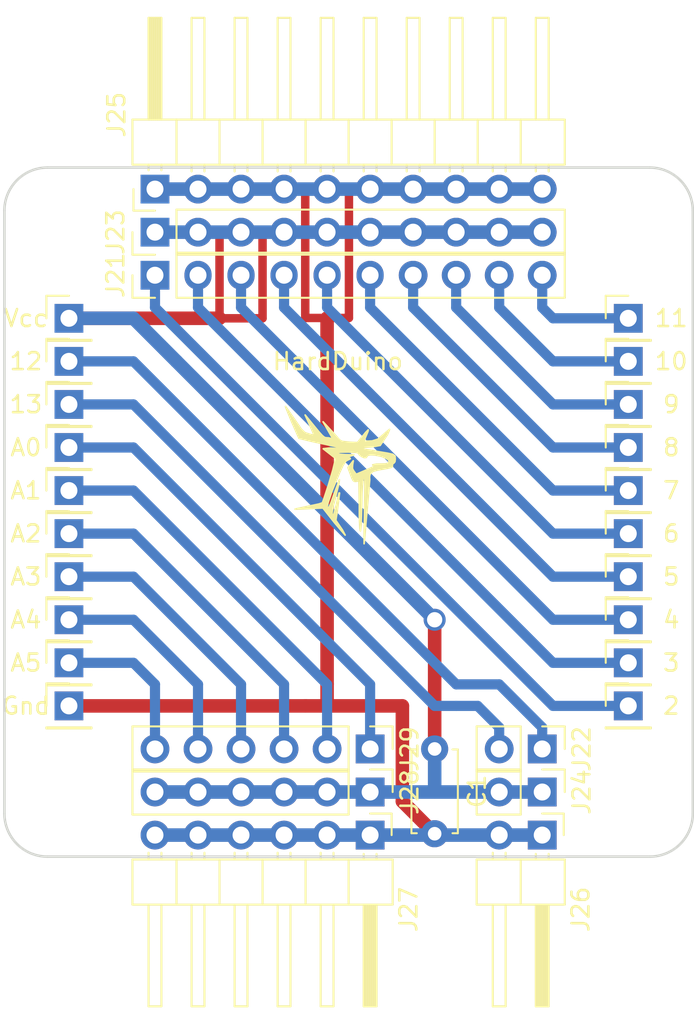
<source format=kicad_pcb>
(kicad_pcb (version 20171130) (host pcbnew "(5.1.4)-1")

  (general
    (thickness 1.6)
    (drawings 30)
    (tracks 93)
    (zones 0)
    (modules 34)
    (nets 21)
  )

  (page A4)
  (layers
    (0 F.Cu signal)
    (31 B.Cu signal)
    (32 B.Adhes user)
    (33 F.Adhes user)
    (34 B.Paste user)
    (35 F.Paste user)
    (36 B.SilkS user)
    (37 F.SilkS user)
    (38 B.Mask user)
    (39 F.Mask user)
    (40 Dwgs.User user)
    (41 Cmts.User user)
    (42 Eco1.User user)
    (43 Eco2.User user)
    (44 Edge.Cuts user)
    (45 Margin user)
    (46 B.CrtYd user)
    (47 F.CrtYd user)
    (48 B.Fab user)
    (49 F.Fab user)
  )

  (setup
    (last_trace_width 0.8)
    (user_trace_width 0.5)
    (user_trace_width 0.6)
    (user_trace_width 0.8)
    (user_trace_width 1)
    (trace_clearance 0.2)
    (zone_clearance 0.508)
    (zone_45_only no)
    (trace_min 0.2)
    (via_size 0.8)
    (via_drill 0.4)
    (via_min_size 0.4)
    (via_min_drill 0.3)
    (user_via 1.3 0.9)
    (uvia_size 0.3)
    (uvia_drill 0.1)
    (uvias_allowed no)
    (uvia_min_size 0.2)
    (uvia_min_drill 0.1)
    (edge_width 0.05)
    (segment_width 0.2)
    (pcb_text_width 0.3)
    (pcb_text_size 1.5 1.5)
    (mod_edge_width 0.12)
    (mod_text_size 1 1)
    (mod_text_width 0.15)
    (pad_size 1.7 1.6)
    (pad_drill 1)
    (pad_to_mask_clearance 0.051)
    (solder_mask_min_width 0.25)
    (aux_axis_origin 0 0)
    (visible_elements 7FFFFFFF)
    (pcbplotparams
      (layerselection 0x010fc_ffffffff)
      (usegerberextensions false)
      (usegerberattributes false)
      (usegerberadvancedattributes false)
      (creategerberjobfile false)
      (excludeedgelayer true)
      (linewidth 0.100000)
      (plotframeref false)
      (viasonmask false)
      (mode 1)
      (useauxorigin false)
      (hpglpennumber 1)
      (hpglpenspeed 20)
      (hpglpendiameter 15.000000)
      (psnegative false)
      (psa4output false)
      (plotreference true)
      (plotvalue true)
      (plotinvisibletext false)
      (padsonsilk false)
      (subtractmaskfromsilk false)
      (outputformat 1)
      (mirror false)
      (drillshape 1)
      (scaleselection 1)
      (outputdirectory ""))
  )

  (net 0 "")
  (net 1 "Net-(J1-Pad1)")
  (net 2 "Net-(J2-Pad1)")
  (net 3 "Net-(J10-Pad1)")
  (net 4 "Net-(J11-Pad1)")
  (net 5 "Net-(J12-Pad1)")
  (net 6 "Net-(J13-Pad1)")
  (net 7 "Net-(J14-Pad1)")
  (net 8 "Net-(J15-Pad1)")
  (net 9 "Net-(J16-Pad1)")
  (net 10 "Net-(J17-Pad1)")
  (net 11 "Net-(J18-Pad1)")
  (net 12 VCC)
  (net 13 GND)
  (net 14 "Net-(J21-Pad3)")
  (net 15 "Net-(J21-Pad4)")
  (net 16 "Net-(J21-Pad5)")
  (net 17 "Net-(J21-Pad6)")
  (net 18 "Net-(J21-Pad7)")
  (net 19 "Net-(J21-Pad8)")
  (net 20 "Net-(J21-Pad9)")

  (net_class Default "Это класс цепей по умолчанию."
    (clearance 0.2)
    (trace_width 0.25)
    (via_dia 0.8)
    (via_drill 0.4)
    (uvia_dia 0.3)
    (uvia_drill 0.1)
    (add_net GND)
    (add_net "Net-(J1-Pad1)")
    (add_net "Net-(J10-Pad1)")
    (add_net "Net-(J11-Pad1)")
    (add_net "Net-(J12-Pad1)")
    (add_net "Net-(J13-Pad1)")
    (add_net "Net-(J14-Pad1)")
    (add_net "Net-(J15-Pad1)")
    (add_net "Net-(J16-Pad1)")
    (add_net "Net-(J17-Pad1)")
    (add_net "Net-(J18-Pad1)")
    (add_net "Net-(J2-Pad1)")
    (add_net "Net-(J21-Pad3)")
    (add_net "Net-(J21-Pad4)")
    (add_net "Net-(J21-Pad5)")
    (add_net "Net-(J21-Pad6)")
    (add_net "Net-(J21-Pad7)")
    (add_net "Net-(J21-Pad8)")
    (add_net "Net-(J21-Pad9)")
    (add_net VCC)
  )

  (module MountingHole:MountingHole_3.2mm_M3 (layer F.Cu) (tedit 56D1B4CB) (tstamp 5D79781E)
    (at 92.71 54.61)
    (descr "Mounting Hole 3.2mm, no annular, M3")
    (tags "mounting hole 3.2mm no annular m3")
    (path /5D791BF4)
    (attr virtual)
    (fp_text reference H1 (at -3.81 -4.2) (layer F.SilkS) hide
      (effects (font (size 1 1) (thickness 0.15)))
    )
    (fp_text value MountingHole (at 2.54 -5.08) (layer F.Fab) hide
      (effects (font (size 1 1) (thickness 0.15)))
    )
    (fp_circle (center 0 0) (end 3.45 0) (layer F.CrtYd) (width 0.05))
    (fp_circle (center 0 0) (end 3.2 0) (layer Cmts.User) (width 0.15))
    (fp_text user %R (at 0.3 0) (layer F.Fab)
      (effects (font (size 1 1) (thickness 0.15)))
    )
    (pad 1 np_thru_hole circle (at 0 0) (size 3.2 3.2) (drill 3.2) (layers *.Cu *.Mask))
  )

  (module MountingHole:MountingHole_3.2mm_M3 (layer F.Cu) (tedit 56D1B4CB) (tstamp 5D797826)
    (at 92.71 87.63)
    (descr "Mounting Hole 3.2mm, no annular, M3")
    (tags "mounting hole 3.2mm no annular m3")
    (path /5D793188)
    (attr virtual)
    (fp_text reference H2 (at -3.81 3.81) (layer F.SilkS) hide
      (effects (font (size 1 1) (thickness 0.15)))
    )
    (fp_text value MountingHole (at 3.81 5.08) (layer F.Fab) hide
      (effects (font (size 1 1) (thickness 0.15)))
    )
    (fp_text user %R (at 0.3 0) (layer F.Fab)
      (effects (font (size 1 1) (thickness 0.15)))
    )
    (fp_circle (center 0 0) (end 3.2 0) (layer Cmts.User) (width 0.15))
    (fp_circle (center 0 0) (end 3.45 0) (layer F.CrtYd) (width 0.05))
    (pad 1 np_thru_hole circle (at 0 0) (size 3.2 3.2) (drill 3.2) (layers *.Cu *.Mask))
  )

  (module MountingHole:MountingHole_3.2mm_M3 (layer F.Cu) (tedit 56D1B4CB) (tstamp 5D79782E)
    (at 125.73 54.61)
    (descr "Mounting Hole 3.2mm, no annular, M3")
    (tags "mounting hole 3.2mm no annular m3")
    (path /5D793224)
    (attr virtual)
    (fp_text reference H3 (at 3.81 -3.81) (layer F.SilkS) hide
      (effects (font (size 1 1) (thickness 0.15)))
    )
    (fp_text value MountingHole (at -2.54 -5.08) (layer F.Fab) hide
      (effects (font (size 1 1) (thickness 0.15)))
    )
    (fp_circle (center 0 0) (end 3.45 0) (layer F.CrtYd) (width 0.05))
    (fp_circle (center 0 0) (end 3.2 0) (layer Cmts.User) (width 0.15))
    (fp_text user %R (at 0.3 0) (layer F.Fab)
      (effects (font (size 1 1) (thickness 0.15)))
    )
    (pad 1 np_thru_hole circle (at 0 0) (size 3.2 3.2) (drill 3.2) (layers *.Cu *.Mask))
  )

  (module MountingHole:MountingHole_3.2mm_M3 (layer F.Cu) (tedit 56D1B4CB) (tstamp 5D797836)
    (at 125.73 87.63)
    (descr "Mounting Hole 3.2mm, no annular, M3")
    (tags "mounting hole 3.2mm no annular m3")
    (path /5D7932CC)
    (attr virtual)
    (fp_text reference H4 (at 3.81 3.81) (layer F.SilkS) hide
      (effects (font (size 1 1) (thickness 0.15)))
    )
    (fp_text value MountingHole (at -5.08 5.08) (layer F.Fab) hide
      (effects (font (size 1 1) (thickness 0.15)))
    )
    (fp_text user %R (at 0 0) (layer F.Fab)
      (effects (font (size 1 1) (thickness 0.15)))
    )
    (fp_circle (center 0 0) (end 3.2 0) (layer Cmts.User) (width 0.15))
    (fp_circle (center 0 0) (end 3.45 0) (layer F.CrtYd) (width 0.05))
    (pad 1 np_thru_hole circle (at 0 0) (size 3.2 3.2) (drill 3.2) (layers *.Cu *.Mask))
  )

  (module Connector_PinHeader_2.54mm:PinHeader_1x01_P2.54mm_Vertical (layer F.Cu) (tedit 59FED5CC) (tstamp 5D79784B)
    (at 125.73 82.55)
    (descr "Through hole straight pin header, 1x01, 2.54mm pitch, single row")
    (tags "Through hole pin header THT 1x01 2.54mm single row")
    (path /5D793457)
    (fp_text reference J1 (at -2.54 0) (layer F.SilkS) hide
      (effects (font (size 1 1) (thickness 0.15)))
    )
    (fp_text value 2 (at 2.54 0) (layer F.Fab)
      (effects (font (size 1 1) (thickness 0.15)))
    )
    (fp_text user %R (at 0 0 90) (layer F.Fab)
      (effects (font (size 1 1) (thickness 0.15)))
    )
    (fp_line (start 1.8 -1.8) (end -1.8 -1.8) (layer F.CrtYd) (width 0.05))
    (fp_line (start 1.8 1.8) (end 1.8 -1.8) (layer F.CrtYd) (width 0.05))
    (fp_line (start -1.8 1.8) (end 1.8 1.8) (layer F.CrtYd) (width 0.05))
    (fp_line (start -1.8 -1.8) (end -1.8 1.8) (layer F.CrtYd) (width 0.05))
    (fp_line (start -1.33 -1.33) (end 0 -1.33) (layer F.SilkS) (width 0.12))
    (fp_line (start -1.33 0) (end -1.33 -1.33) (layer F.SilkS) (width 0.12))
    (fp_line (start -1.33 1.27) (end 1.33 1.27) (layer F.SilkS) (width 0.12))
    (fp_line (start 1.33 1.27) (end 1.33 1.33) (layer F.SilkS) (width 0.12))
    (fp_line (start -1.33 1.27) (end -1.33 1.33) (layer F.SilkS) (width 0.12))
    (fp_line (start -1.33 1.33) (end 1.33 1.33) (layer F.SilkS) (width 0.12))
    (fp_line (start -1.27 -0.635) (end -0.635 -1.27) (layer F.Fab) (width 0.1))
    (fp_line (start -1.27 1.27) (end -1.27 -0.635) (layer F.Fab) (width 0.1))
    (fp_line (start 1.27 1.27) (end -1.27 1.27) (layer F.Fab) (width 0.1))
    (fp_line (start 1.27 -1.27) (end 1.27 1.27) (layer F.Fab) (width 0.1))
    (fp_line (start -0.635 -1.27) (end 1.27 -1.27) (layer F.Fab) (width 0.1))
    (pad 1 thru_hole rect (at 0 0) (size 1.7 1.7) (drill 1) (layers *.Cu *.Mask)
      (net 1 "Net-(J1-Pad1)"))
    (model ${KISYS3DMOD}/Connector_PinHeader_2.54mm.3dshapes/PinHeader_1x01_P2.54mm_Vertical.wrl
      (at (xyz 0 0 0))
      (scale (xyz 1 1 1))
      (rotate (xyz 0 0 0))
    )
  )

  (module Connector_PinHeader_2.54mm:PinHeader_1x01_P2.54mm_Vertical (layer F.Cu) (tedit 59FED5CC) (tstamp 5D797860)
    (at 125.73 80.01)
    (descr "Through hole straight pin header, 1x01, 2.54mm pitch, single row")
    (tags "Through hole pin header THT 1x01 2.54mm single row")
    (path /5D794940)
    (fp_text reference J2 (at -2.54 0) (layer F.SilkS) hide
      (effects (font (size 1 1) (thickness 0.15)))
    )
    (fp_text value 3 (at 2.54 0) (layer F.Fab)
      (effects (font (size 1 1) (thickness 0.15)))
    )
    (fp_line (start -0.635 -1.27) (end 1.27 -1.27) (layer F.Fab) (width 0.1))
    (fp_line (start 1.27 -1.27) (end 1.27 1.27) (layer F.Fab) (width 0.1))
    (fp_line (start 1.27 1.27) (end -1.27 1.27) (layer F.Fab) (width 0.1))
    (fp_line (start -1.27 1.27) (end -1.27 -0.635) (layer F.Fab) (width 0.1))
    (fp_line (start -1.27 -0.635) (end -0.635 -1.27) (layer F.Fab) (width 0.1))
    (fp_line (start -1.33 1.33) (end 1.33 1.33) (layer F.SilkS) (width 0.12))
    (fp_line (start -1.33 1.27) (end -1.33 1.33) (layer F.SilkS) (width 0.12))
    (fp_line (start 1.33 1.27) (end 1.33 1.33) (layer F.SilkS) (width 0.12))
    (fp_line (start -1.33 1.27) (end 1.33 1.27) (layer F.SilkS) (width 0.12))
    (fp_line (start -1.33 0) (end -1.33 -1.33) (layer F.SilkS) (width 0.12))
    (fp_line (start -1.33 -1.33) (end 0 -1.33) (layer F.SilkS) (width 0.12))
    (fp_line (start -1.8 -1.8) (end -1.8 1.8) (layer F.CrtYd) (width 0.05))
    (fp_line (start -1.8 1.8) (end 1.8 1.8) (layer F.CrtYd) (width 0.05))
    (fp_line (start 1.8 1.8) (end 1.8 -1.8) (layer F.CrtYd) (width 0.05))
    (fp_line (start 1.8 -1.8) (end -1.8 -1.8) (layer F.CrtYd) (width 0.05))
    (fp_text user %R (at 0 0 90) (layer F.Fab)
      (effects (font (size 1 1) (thickness 0.15)))
    )
    (pad 1 thru_hole rect (at 0 0) (size 1.7 1.7) (drill 1) (layers *.Cu *.Mask)
      (net 2 "Net-(J2-Pad1)"))
    (model ${KISYS3DMOD}/Connector_PinHeader_2.54mm.3dshapes/PinHeader_1x01_P2.54mm_Vertical.wrl
      (at (xyz 0 0 0))
      (scale (xyz 1 1 1))
      (rotate (xyz 0 0 0))
    )
  )

  (module Connector_PinHeader_2.54mm:PinHeader_1x01_P2.54mm_Vertical (layer F.Cu) (tedit 59FED5CC) (tstamp 5D797875)
    (at 125.73 77.47)
    (descr "Through hole straight pin header, 1x01, 2.54mm pitch, single row")
    (tags "Through hole pin header THT 1x01 2.54mm single row")
    (path /5D794B32)
    (fp_text reference J3 (at -2.54 0) (layer F.SilkS) hide
      (effects (font (size 1 1) (thickness 0.15)))
    )
    (fp_text value 4 (at 2.54 0) (layer F.Fab)
      (effects (font (size 1 1) (thickness 0.15)))
    )
    (fp_text user %R (at 0 0 90) (layer F.Fab)
      (effects (font (size 1 1) (thickness 0.15)))
    )
    (fp_line (start 1.8 -1.8) (end -1.8 -1.8) (layer F.CrtYd) (width 0.05))
    (fp_line (start 1.8 1.8) (end 1.8 -1.8) (layer F.CrtYd) (width 0.05))
    (fp_line (start -1.8 1.8) (end 1.8 1.8) (layer F.CrtYd) (width 0.05))
    (fp_line (start -1.8 -1.8) (end -1.8 1.8) (layer F.CrtYd) (width 0.05))
    (fp_line (start -1.33 -1.33) (end 0 -1.33) (layer F.SilkS) (width 0.12))
    (fp_line (start -1.33 0) (end -1.33 -1.33) (layer F.SilkS) (width 0.12))
    (fp_line (start -1.33 1.27) (end 1.33 1.27) (layer F.SilkS) (width 0.12))
    (fp_line (start 1.33 1.27) (end 1.33 1.33) (layer F.SilkS) (width 0.12))
    (fp_line (start -1.33 1.27) (end -1.33 1.33) (layer F.SilkS) (width 0.12))
    (fp_line (start -1.33 1.33) (end 1.33 1.33) (layer F.SilkS) (width 0.12))
    (fp_line (start -1.27 -0.635) (end -0.635 -1.27) (layer F.Fab) (width 0.1))
    (fp_line (start -1.27 1.27) (end -1.27 -0.635) (layer F.Fab) (width 0.1))
    (fp_line (start 1.27 1.27) (end -1.27 1.27) (layer F.Fab) (width 0.1))
    (fp_line (start 1.27 -1.27) (end 1.27 1.27) (layer F.Fab) (width 0.1))
    (fp_line (start -0.635 -1.27) (end 1.27 -1.27) (layer F.Fab) (width 0.1))
    (pad 1 thru_hole rect (at 0 0) (size 1.7 1.7) (drill 1) (layers *.Cu *.Mask)
      (net 14 "Net-(J21-Pad3)"))
    (model ${KISYS3DMOD}/Connector_PinHeader_2.54mm.3dshapes/PinHeader_1x01_P2.54mm_Vertical.wrl
      (at (xyz 0 0 0))
      (scale (xyz 1 1 1))
      (rotate (xyz 0 0 0))
    )
  )

  (module Connector_PinHeader_2.54mm:PinHeader_1x01_P2.54mm_Vertical (layer F.Cu) (tedit 59FED5CC) (tstamp 5D79788A)
    (at 125.73 74.93)
    (descr "Through hole straight pin header, 1x01, 2.54mm pitch, single row")
    (tags "Through hole pin header THT 1x01 2.54mm single row")
    (path /5D794C66)
    (fp_text reference J4 (at -2.54 0) (layer F.SilkS) hide
      (effects (font (size 1 1) (thickness 0.15)))
    )
    (fp_text value 5 (at 2.54 0) (layer F.Fab)
      (effects (font (size 1 1) (thickness 0.15)))
    )
    (fp_line (start -0.635 -1.27) (end 1.27 -1.27) (layer F.Fab) (width 0.1))
    (fp_line (start 1.27 -1.27) (end 1.27 1.27) (layer F.Fab) (width 0.1))
    (fp_line (start 1.27 1.27) (end -1.27 1.27) (layer F.Fab) (width 0.1))
    (fp_line (start -1.27 1.27) (end -1.27 -0.635) (layer F.Fab) (width 0.1))
    (fp_line (start -1.27 -0.635) (end -0.635 -1.27) (layer F.Fab) (width 0.1))
    (fp_line (start -1.33 1.33) (end 1.33 1.33) (layer F.SilkS) (width 0.12))
    (fp_line (start -1.33 1.27) (end -1.33 1.33) (layer F.SilkS) (width 0.12))
    (fp_line (start 1.33 1.27) (end 1.33 1.33) (layer F.SilkS) (width 0.12))
    (fp_line (start -1.33 1.27) (end 1.33 1.27) (layer F.SilkS) (width 0.12))
    (fp_line (start -1.33 0) (end -1.33 -1.33) (layer F.SilkS) (width 0.12))
    (fp_line (start -1.33 -1.33) (end 0 -1.33) (layer F.SilkS) (width 0.12))
    (fp_line (start -1.8 -1.8) (end -1.8 1.8) (layer F.CrtYd) (width 0.05))
    (fp_line (start -1.8 1.8) (end 1.8 1.8) (layer F.CrtYd) (width 0.05))
    (fp_line (start 1.8 1.8) (end 1.8 -1.8) (layer F.CrtYd) (width 0.05))
    (fp_line (start 1.8 -1.8) (end -1.8 -1.8) (layer F.CrtYd) (width 0.05))
    (fp_text user %R (at 0 0 90) (layer F.Fab)
      (effects (font (size 1 1) (thickness 0.15)))
    )
    (pad 1 thru_hole rect (at 0 0) (size 1.7 1.7) (drill 1) (layers *.Cu *.Mask)
      (net 15 "Net-(J21-Pad4)"))
    (model ${KISYS3DMOD}/Connector_PinHeader_2.54mm.3dshapes/PinHeader_1x01_P2.54mm_Vertical.wrl
      (at (xyz 0 0 0))
      (scale (xyz 1 1 1))
      (rotate (xyz 0 0 0))
    )
  )

  (module Connector_PinHeader_2.54mm:PinHeader_1x01_P2.54mm_Vertical (layer F.Cu) (tedit 59FED5CC) (tstamp 5D79789F)
    (at 125.73 72.39)
    (descr "Through hole straight pin header, 1x01, 2.54mm pitch, single row")
    (tags "Through hole pin header THT 1x01 2.54mm single row")
    (path /5D794EF4)
    (fp_text reference J5 (at -2.54 0) (layer F.SilkS) hide
      (effects (font (size 1 1) (thickness 0.15)))
    )
    (fp_text value 6 (at 2.54 0) (layer F.Fab)
      (effects (font (size 1 1) (thickness 0.15)))
    )
    (fp_text user %R (at 0 0 90) (layer F.Fab)
      (effects (font (size 1 1) (thickness 0.15)))
    )
    (fp_line (start 1.8 -1.8) (end -1.8 -1.8) (layer F.CrtYd) (width 0.05))
    (fp_line (start 1.8 1.8) (end 1.8 -1.8) (layer F.CrtYd) (width 0.05))
    (fp_line (start -1.8 1.8) (end 1.8 1.8) (layer F.CrtYd) (width 0.05))
    (fp_line (start -1.8 -1.8) (end -1.8 1.8) (layer F.CrtYd) (width 0.05))
    (fp_line (start -1.33 -1.33) (end 0 -1.33) (layer F.SilkS) (width 0.12))
    (fp_line (start -1.33 0) (end -1.33 -1.33) (layer F.SilkS) (width 0.12))
    (fp_line (start -1.33 1.27) (end 1.33 1.27) (layer F.SilkS) (width 0.12))
    (fp_line (start 1.33 1.27) (end 1.33 1.33) (layer F.SilkS) (width 0.12))
    (fp_line (start -1.33 1.27) (end -1.33 1.33) (layer F.SilkS) (width 0.12))
    (fp_line (start -1.33 1.33) (end 1.33 1.33) (layer F.SilkS) (width 0.12))
    (fp_line (start -1.27 -0.635) (end -0.635 -1.27) (layer F.Fab) (width 0.1))
    (fp_line (start -1.27 1.27) (end -1.27 -0.635) (layer F.Fab) (width 0.1))
    (fp_line (start 1.27 1.27) (end -1.27 1.27) (layer F.Fab) (width 0.1))
    (fp_line (start 1.27 -1.27) (end 1.27 1.27) (layer F.Fab) (width 0.1))
    (fp_line (start -0.635 -1.27) (end 1.27 -1.27) (layer F.Fab) (width 0.1))
    (pad 1 thru_hole rect (at 0 0) (size 1.7 1.7) (drill 1) (layers *.Cu *.Mask)
      (net 16 "Net-(J21-Pad5)"))
    (model ${KISYS3DMOD}/Connector_PinHeader_2.54mm.3dshapes/PinHeader_1x01_P2.54mm_Vertical.wrl
      (at (xyz 0 0 0))
      (scale (xyz 1 1 1))
      (rotate (xyz 0 0 0))
    )
  )

  (module Connector_PinHeader_2.54mm:PinHeader_1x01_P2.54mm_Vertical (layer F.Cu) (tedit 59FED5CC) (tstamp 5D7978B4)
    (at 125.73 69.85)
    (descr "Through hole straight pin header, 1x01, 2.54mm pitch, single row")
    (tags "Through hole pin header THT 1x01 2.54mm single row")
    (path /5D795168)
    (fp_text reference J6 (at -2.54 0) (layer F.SilkS) hide
      (effects (font (size 1 1) (thickness 0.15)))
    )
    (fp_text value 7 (at 2.54 0) (layer F.Fab)
      (effects (font (size 1 1) (thickness 0.15)))
    )
    (fp_line (start -0.635 -1.27) (end 1.27 -1.27) (layer F.Fab) (width 0.1))
    (fp_line (start 1.27 -1.27) (end 1.27 1.27) (layer F.Fab) (width 0.1))
    (fp_line (start 1.27 1.27) (end -1.27 1.27) (layer F.Fab) (width 0.1))
    (fp_line (start -1.27 1.27) (end -1.27 -0.635) (layer F.Fab) (width 0.1))
    (fp_line (start -1.27 -0.635) (end -0.635 -1.27) (layer F.Fab) (width 0.1))
    (fp_line (start -1.33 1.33) (end 1.33 1.33) (layer F.SilkS) (width 0.12))
    (fp_line (start -1.33 1.27) (end -1.33 1.33) (layer F.SilkS) (width 0.12))
    (fp_line (start 1.33 1.27) (end 1.33 1.33) (layer F.SilkS) (width 0.12))
    (fp_line (start -1.33 1.27) (end 1.33 1.27) (layer F.SilkS) (width 0.12))
    (fp_line (start -1.33 0) (end -1.33 -1.33) (layer F.SilkS) (width 0.12))
    (fp_line (start -1.33 -1.33) (end 0 -1.33) (layer F.SilkS) (width 0.12))
    (fp_line (start -1.8 -1.8) (end -1.8 1.8) (layer F.CrtYd) (width 0.05))
    (fp_line (start -1.8 1.8) (end 1.8 1.8) (layer F.CrtYd) (width 0.05))
    (fp_line (start 1.8 1.8) (end 1.8 -1.8) (layer F.CrtYd) (width 0.05))
    (fp_line (start 1.8 -1.8) (end -1.8 -1.8) (layer F.CrtYd) (width 0.05))
    (fp_text user %R (at 0 0 90) (layer F.Fab)
      (effects (font (size 1 1) (thickness 0.15)))
    )
    (pad 1 thru_hole rect (at 0 0) (size 1.7 1.7) (drill 1) (layers *.Cu *.Mask)
      (net 17 "Net-(J21-Pad6)"))
    (model ${KISYS3DMOD}/Connector_PinHeader_2.54mm.3dshapes/PinHeader_1x01_P2.54mm_Vertical.wrl
      (at (xyz 0 0 0))
      (scale (xyz 1 1 1))
      (rotate (xyz 0 0 0))
    )
  )

  (module Connector_PinHeader_2.54mm:PinHeader_1x01_P2.54mm_Vertical (layer F.Cu) (tedit 59FED5CC) (tstamp 5D7978C9)
    (at 125.73 67.31)
    (descr "Through hole straight pin header, 1x01, 2.54mm pitch, single row")
    (tags "Through hole pin header THT 1x01 2.54mm single row")
    (path /5D795340)
    (fp_text reference J7 (at -2.54 0) (layer F.SilkS) hide
      (effects (font (size 1 1) (thickness 0.15)))
    )
    (fp_text value 8 (at 2.54 0) (layer F.Fab)
      (effects (font (size 1 1) (thickness 0.15)))
    )
    (fp_text user %R (at 0 0 90) (layer F.Fab)
      (effects (font (size 1 1) (thickness 0.15)))
    )
    (fp_line (start 1.8 -1.8) (end -1.8 -1.8) (layer F.CrtYd) (width 0.05))
    (fp_line (start 1.8 1.8) (end 1.8 -1.8) (layer F.CrtYd) (width 0.05))
    (fp_line (start -1.8 1.8) (end 1.8 1.8) (layer F.CrtYd) (width 0.05))
    (fp_line (start -1.8 -1.8) (end -1.8 1.8) (layer F.CrtYd) (width 0.05))
    (fp_line (start -1.33 -1.33) (end 0 -1.33) (layer F.SilkS) (width 0.12))
    (fp_line (start -1.33 0) (end -1.33 -1.33) (layer F.SilkS) (width 0.12))
    (fp_line (start -1.33 1.27) (end 1.33 1.27) (layer F.SilkS) (width 0.12))
    (fp_line (start 1.33 1.27) (end 1.33 1.33) (layer F.SilkS) (width 0.12))
    (fp_line (start -1.33 1.27) (end -1.33 1.33) (layer F.SilkS) (width 0.12))
    (fp_line (start -1.33 1.33) (end 1.33 1.33) (layer F.SilkS) (width 0.12))
    (fp_line (start -1.27 -0.635) (end -0.635 -1.27) (layer F.Fab) (width 0.1))
    (fp_line (start -1.27 1.27) (end -1.27 -0.635) (layer F.Fab) (width 0.1))
    (fp_line (start 1.27 1.27) (end -1.27 1.27) (layer F.Fab) (width 0.1))
    (fp_line (start 1.27 -1.27) (end 1.27 1.27) (layer F.Fab) (width 0.1))
    (fp_line (start -0.635 -1.27) (end 1.27 -1.27) (layer F.Fab) (width 0.1))
    (pad 1 thru_hole rect (at 0 0) (size 1.7 1.7) (drill 1) (layers *.Cu *.Mask)
      (net 18 "Net-(J21-Pad7)"))
    (model ${KISYS3DMOD}/Connector_PinHeader_2.54mm.3dshapes/PinHeader_1x01_P2.54mm_Vertical.wrl
      (at (xyz 0 0 0))
      (scale (xyz 1 1 1))
      (rotate (xyz 0 0 0))
    )
  )

  (module Connector_PinHeader_2.54mm:PinHeader_1x01_P2.54mm_Vertical (layer F.Cu) (tedit 59FED5CC) (tstamp 5D7978DE)
    (at 125.73 64.77)
    (descr "Through hole straight pin header, 1x01, 2.54mm pitch, single row")
    (tags "Through hole pin header THT 1x01 2.54mm single row")
    (path /5D7955DE)
    (fp_text reference J8 (at -2.54 0) (layer F.SilkS) hide
      (effects (font (size 1 1) (thickness 0.15)))
    )
    (fp_text value 9 (at 2.54 0) (layer F.Fab)
      (effects (font (size 1 1) (thickness 0.15)))
    )
    (fp_line (start -0.635 -1.27) (end 1.27 -1.27) (layer F.Fab) (width 0.1))
    (fp_line (start 1.27 -1.27) (end 1.27 1.27) (layer F.Fab) (width 0.1))
    (fp_line (start 1.27 1.27) (end -1.27 1.27) (layer F.Fab) (width 0.1))
    (fp_line (start -1.27 1.27) (end -1.27 -0.635) (layer F.Fab) (width 0.1))
    (fp_line (start -1.27 -0.635) (end -0.635 -1.27) (layer F.Fab) (width 0.1))
    (fp_line (start -1.33 1.33) (end 1.33 1.33) (layer F.SilkS) (width 0.12))
    (fp_line (start -1.33 1.27) (end -1.33 1.33) (layer F.SilkS) (width 0.12))
    (fp_line (start 1.33 1.27) (end 1.33 1.33) (layer F.SilkS) (width 0.12))
    (fp_line (start -1.33 1.27) (end 1.33 1.27) (layer F.SilkS) (width 0.12))
    (fp_line (start -1.33 0) (end -1.33 -1.33) (layer F.SilkS) (width 0.12))
    (fp_line (start -1.33 -1.33) (end 0 -1.33) (layer F.SilkS) (width 0.12))
    (fp_line (start -1.8 -1.8) (end -1.8 1.8) (layer F.CrtYd) (width 0.05))
    (fp_line (start -1.8 1.8) (end 1.8 1.8) (layer F.CrtYd) (width 0.05))
    (fp_line (start 1.8 1.8) (end 1.8 -1.8) (layer F.CrtYd) (width 0.05))
    (fp_line (start 1.8 -1.8) (end -1.8 -1.8) (layer F.CrtYd) (width 0.05))
    (fp_text user %R (at 0 0 90) (layer F.Fab)
      (effects (font (size 1 1) (thickness 0.15)))
    )
    (pad 1 thru_hole rect (at 0 0) (size 1.7 1.7) (drill 1) (layers *.Cu *.Mask)
      (net 19 "Net-(J21-Pad8)"))
    (model ${KISYS3DMOD}/Connector_PinHeader_2.54mm.3dshapes/PinHeader_1x01_P2.54mm_Vertical.wrl
      (at (xyz 0 0 0))
      (scale (xyz 1 1 1))
      (rotate (xyz 0 0 0))
    )
  )

  (module Connector_PinHeader_2.54mm:PinHeader_1x01_P2.54mm_Vertical (layer F.Cu) (tedit 59FED5CC) (tstamp 5D7978F3)
    (at 125.73 62.23)
    (descr "Through hole straight pin header, 1x01, 2.54mm pitch, single row")
    (tags "Through hole pin header THT 1x01 2.54mm single row")
    (path /5D7957DA)
    (fp_text reference J9 (at -2.54 0) (layer F.SilkS) hide
      (effects (font (size 1 1) (thickness 0.15)))
    )
    (fp_text value 10 (at 2.54 0) (layer F.Fab)
      (effects (font (size 1 1) (thickness 0.15)))
    )
    (fp_text user %R (at 0 0 90) (layer F.Fab)
      (effects (font (size 1 1) (thickness 0.15)))
    )
    (fp_line (start 1.8 -1.8) (end -1.8 -1.8) (layer F.CrtYd) (width 0.05))
    (fp_line (start 1.8 1.8) (end 1.8 -1.8) (layer F.CrtYd) (width 0.05))
    (fp_line (start -1.8 1.8) (end 1.8 1.8) (layer F.CrtYd) (width 0.05))
    (fp_line (start -1.8 -1.8) (end -1.8 1.8) (layer F.CrtYd) (width 0.05))
    (fp_line (start -1.33 -1.33) (end 0 -1.33) (layer F.SilkS) (width 0.12))
    (fp_line (start -1.33 0) (end -1.33 -1.33) (layer F.SilkS) (width 0.12))
    (fp_line (start -1.33 1.27) (end 1.33 1.27) (layer F.SilkS) (width 0.12))
    (fp_line (start 1.33 1.27) (end 1.33 1.33) (layer F.SilkS) (width 0.12))
    (fp_line (start -1.33 1.27) (end -1.33 1.33) (layer F.SilkS) (width 0.12))
    (fp_line (start -1.33 1.33) (end 1.33 1.33) (layer F.SilkS) (width 0.12))
    (fp_line (start -1.27 -0.635) (end -0.635 -1.27) (layer F.Fab) (width 0.1))
    (fp_line (start -1.27 1.27) (end -1.27 -0.635) (layer F.Fab) (width 0.1))
    (fp_line (start 1.27 1.27) (end -1.27 1.27) (layer F.Fab) (width 0.1))
    (fp_line (start 1.27 -1.27) (end 1.27 1.27) (layer F.Fab) (width 0.1))
    (fp_line (start -0.635 -1.27) (end 1.27 -1.27) (layer F.Fab) (width 0.1))
    (pad 1 thru_hole rect (at 0 0) (size 1.7 1.7) (drill 1) (layers *.Cu *.Mask)
      (net 20 "Net-(J21-Pad9)"))
    (model ${KISYS3DMOD}/Connector_PinHeader_2.54mm.3dshapes/PinHeader_1x01_P2.54mm_Vertical.wrl
      (at (xyz 0 0 0))
      (scale (xyz 1 1 1))
      (rotate (xyz 0 0 0))
    )
  )

  (module Connector_PinHeader_2.54mm:PinHeader_1x01_P2.54mm_Vertical (layer F.Cu) (tedit 59FED5CC) (tstamp 5D797908)
    (at 125.73 59.69)
    (descr "Through hole straight pin header, 1x01, 2.54mm pitch, single row")
    (tags "Through hole pin header THT 1x01 2.54mm single row")
    (path /5D795810)
    (fp_text reference J10 (at -2.54 0) (layer F.SilkS) hide
      (effects (font (size 1 1) (thickness 0.15)))
    )
    (fp_text value 11 (at 2.54 0) (layer F.Fab)
      (effects (font (size 1 1) (thickness 0.15)))
    )
    (fp_line (start -0.635 -1.27) (end 1.27 -1.27) (layer F.Fab) (width 0.1))
    (fp_line (start 1.27 -1.27) (end 1.27 1.27) (layer F.Fab) (width 0.1))
    (fp_line (start 1.27 1.27) (end -1.27 1.27) (layer F.Fab) (width 0.1))
    (fp_line (start -1.27 1.27) (end -1.27 -0.635) (layer F.Fab) (width 0.1))
    (fp_line (start -1.27 -0.635) (end -0.635 -1.27) (layer F.Fab) (width 0.1))
    (fp_line (start -1.33 1.33) (end 1.33 1.33) (layer F.SilkS) (width 0.12))
    (fp_line (start -1.33 1.27) (end -1.33 1.33) (layer F.SilkS) (width 0.12))
    (fp_line (start 1.33 1.27) (end 1.33 1.33) (layer F.SilkS) (width 0.12))
    (fp_line (start -1.33 1.27) (end 1.33 1.27) (layer F.SilkS) (width 0.12))
    (fp_line (start -1.33 0) (end -1.33 -1.33) (layer F.SilkS) (width 0.12))
    (fp_line (start -1.33 -1.33) (end 0 -1.33) (layer F.SilkS) (width 0.12))
    (fp_line (start -1.8 -1.8) (end -1.8 1.8) (layer F.CrtYd) (width 0.05))
    (fp_line (start -1.8 1.8) (end 1.8 1.8) (layer F.CrtYd) (width 0.05))
    (fp_line (start 1.8 1.8) (end 1.8 -1.8) (layer F.CrtYd) (width 0.05))
    (fp_line (start 1.8 -1.8) (end -1.8 -1.8) (layer F.CrtYd) (width 0.05))
    (fp_text user %R (at 0 0 90) (layer F.Fab)
      (effects (font (size 1 1) (thickness 0.15)))
    )
    (pad 1 thru_hole rect (at 0 0) (size 1.7 1.7) (drill 1) (layers *.Cu *.Mask)
      (net 3 "Net-(J10-Pad1)"))
    (model ${KISYS3DMOD}/Connector_PinHeader_2.54mm.3dshapes/PinHeader_1x01_P2.54mm_Vertical.wrl
      (at (xyz 0 0 0))
      (scale (xyz 1 1 1))
      (rotate (xyz 0 0 0))
    )
  )

  (module Connector_PinHeader_2.54mm:PinHeader_1x01_P2.54mm_Vertical (layer F.Cu) (tedit 59FED5CC) (tstamp 5D79791D)
    (at 92.71 62.23)
    (descr "Through hole straight pin header, 1x01, 2.54mm pitch, single row")
    (tags "Through hole pin header THT 1x01 2.54mm single row")
    (path /5D7959D6)
    (fp_text reference J11 (at 3.175 0) (layer F.SilkS) hide
      (effects (font (size 1 1) (thickness 0.15)))
    )
    (fp_text value 12 (at -2.54 0) (layer F.Fab)
      (effects (font (size 1 1) (thickness 0.15)))
    )
    (fp_text user %R (at 0 0 90) (layer F.Fab)
      (effects (font (size 1 1) (thickness 0.15)))
    )
    (fp_line (start 1.8 -1.8) (end -1.8 -1.8) (layer F.CrtYd) (width 0.05))
    (fp_line (start 1.8 1.8) (end 1.8 -1.8) (layer F.CrtYd) (width 0.05))
    (fp_line (start -1.8 1.8) (end 1.8 1.8) (layer F.CrtYd) (width 0.05))
    (fp_line (start -1.8 -1.8) (end -1.8 1.8) (layer F.CrtYd) (width 0.05))
    (fp_line (start -1.33 -1.33) (end 0 -1.33) (layer F.SilkS) (width 0.12))
    (fp_line (start -1.33 0) (end -1.33 -1.33) (layer F.SilkS) (width 0.12))
    (fp_line (start -1.33 1.27) (end 1.33 1.27) (layer F.SilkS) (width 0.12))
    (fp_line (start 1.33 1.27) (end 1.33 1.33) (layer F.SilkS) (width 0.12))
    (fp_line (start -1.33 1.27) (end -1.33 1.33) (layer F.SilkS) (width 0.12))
    (fp_line (start -1.33 1.33) (end 1.33 1.33) (layer F.SilkS) (width 0.12))
    (fp_line (start -1.27 -0.635) (end -0.635 -1.27) (layer F.Fab) (width 0.1))
    (fp_line (start -1.27 1.27) (end -1.27 -0.635) (layer F.Fab) (width 0.1))
    (fp_line (start 1.27 1.27) (end -1.27 1.27) (layer F.Fab) (width 0.1))
    (fp_line (start 1.27 -1.27) (end 1.27 1.27) (layer F.Fab) (width 0.1))
    (fp_line (start -0.635 -1.27) (end 1.27 -1.27) (layer F.Fab) (width 0.1))
    (pad 1 thru_hole rect (at 0 0) (size 1.7 1.7) (drill 1) (layers *.Cu *.Mask)
      (net 4 "Net-(J11-Pad1)"))
    (model ${KISYS3DMOD}/Connector_PinHeader_2.54mm.3dshapes/PinHeader_1x01_P2.54mm_Vertical.wrl
      (at (xyz 0 0 0))
      (scale (xyz 1 1 1))
      (rotate (xyz 0 0 0))
    )
  )

  (module Connector_PinHeader_2.54mm:PinHeader_1x01_P2.54mm_Vertical (layer F.Cu) (tedit 59FED5CC) (tstamp 5D797932)
    (at 92.71 64.77)
    (descr "Through hole straight pin header, 1x01, 2.54mm pitch, single row")
    (tags "Through hole pin header THT 1x01 2.54mm single row")
    (path /5D79744D)
    (fp_text reference J12 (at 3.175 0) (layer F.SilkS) hide
      (effects (font (size 1 1) (thickness 0.15)))
    )
    (fp_text value 13 (at -2.54 0) (layer F.Fab)
      (effects (font (size 1 1) (thickness 0.15)))
    )
    (fp_line (start -0.635 -1.27) (end 1.27 -1.27) (layer F.Fab) (width 0.1))
    (fp_line (start 1.27 -1.27) (end 1.27 1.27) (layer F.Fab) (width 0.1))
    (fp_line (start 1.27 1.27) (end -1.27 1.27) (layer F.Fab) (width 0.1))
    (fp_line (start -1.27 1.27) (end -1.27 -0.635) (layer F.Fab) (width 0.1))
    (fp_line (start -1.27 -0.635) (end -0.635 -1.27) (layer F.Fab) (width 0.1))
    (fp_line (start -1.33 1.33) (end 1.33 1.33) (layer F.SilkS) (width 0.12))
    (fp_line (start -1.33 1.27) (end -1.33 1.33) (layer F.SilkS) (width 0.12))
    (fp_line (start 1.33 1.27) (end 1.33 1.33) (layer F.SilkS) (width 0.12))
    (fp_line (start -1.33 1.27) (end 1.33 1.27) (layer F.SilkS) (width 0.12))
    (fp_line (start -1.33 0) (end -1.33 -1.33) (layer F.SilkS) (width 0.12))
    (fp_line (start -1.33 -1.33) (end 0 -1.33) (layer F.SilkS) (width 0.12))
    (fp_line (start -1.8 -1.8) (end -1.8 1.8) (layer F.CrtYd) (width 0.05))
    (fp_line (start -1.8 1.8) (end 1.8 1.8) (layer F.CrtYd) (width 0.05))
    (fp_line (start 1.8 1.8) (end 1.8 -1.8) (layer F.CrtYd) (width 0.05))
    (fp_line (start 1.8 -1.8) (end -1.8 -1.8) (layer F.CrtYd) (width 0.05))
    (fp_text user %R (at 0 0 90) (layer F.Fab)
      (effects (font (size 1 1) (thickness 0.15)))
    )
    (pad 1 thru_hole rect (at 0 0) (size 1.7 1.7) (drill 1) (layers *.Cu *.Mask)
      (net 5 "Net-(J12-Pad1)"))
    (model ${KISYS3DMOD}/Connector_PinHeader_2.54mm.3dshapes/PinHeader_1x01_P2.54mm_Vertical.wrl
      (at (xyz 0 0 0))
      (scale (xyz 1 1 1))
      (rotate (xyz 0 0 0))
    )
  )

  (module Connector_PinHeader_2.54mm:PinHeader_1x01_P2.54mm_Vertical (layer F.Cu) (tedit 59FED5CC) (tstamp 5D797947)
    (at 92.71 67.31)
    (descr "Through hole straight pin header, 1x01, 2.54mm pitch, single row")
    (tags "Through hole pin header THT 1x01 2.54mm single row")
    (path /5D795BCF)
    (fp_text reference J13 (at 3.175 0) (layer F.SilkS) hide
      (effects (font (size 1 1) (thickness 0.15)))
    )
    (fp_text value A0 (at -2.54 0) (layer F.Fab)
      (effects (font (size 1 1) (thickness 0.15)))
    )
    (fp_line (start -0.635 -1.27) (end 1.27 -1.27) (layer F.Fab) (width 0.1))
    (fp_line (start 1.27 -1.27) (end 1.27 1.27) (layer F.Fab) (width 0.1))
    (fp_line (start 1.27 1.27) (end -1.27 1.27) (layer F.Fab) (width 0.1))
    (fp_line (start -1.27 1.27) (end -1.27 -0.635) (layer F.Fab) (width 0.1))
    (fp_line (start -1.27 -0.635) (end -0.635 -1.27) (layer F.Fab) (width 0.1))
    (fp_line (start -1.33 1.33) (end 1.33 1.33) (layer F.SilkS) (width 0.12))
    (fp_line (start -1.33 1.27) (end -1.33 1.33) (layer F.SilkS) (width 0.12))
    (fp_line (start 1.33 1.27) (end 1.33 1.33) (layer F.SilkS) (width 0.12))
    (fp_line (start -1.33 1.27) (end 1.33 1.27) (layer F.SilkS) (width 0.12))
    (fp_line (start -1.33 0) (end -1.33 -1.33) (layer F.SilkS) (width 0.12))
    (fp_line (start -1.33 -1.33) (end 0 -1.33) (layer F.SilkS) (width 0.12))
    (fp_line (start -1.8 -1.8) (end -1.8 1.8) (layer F.CrtYd) (width 0.05))
    (fp_line (start -1.8 1.8) (end 1.8 1.8) (layer F.CrtYd) (width 0.05))
    (fp_line (start 1.8 1.8) (end 1.8 -1.8) (layer F.CrtYd) (width 0.05))
    (fp_line (start 1.8 -1.8) (end -1.8 -1.8) (layer F.CrtYd) (width 0.05))
    (fp_text user %R (at 0 0 90) (layer F.Fab)
      (effects (font (size 1 1) (thickness 0.15)))
    )
    (pad 1 thru_hole rect (at 0 0) (size 1.7 1.7) (drill 1) (layers *.Cu *.Mask)
      (net 6 "Net-(J13-Pad1)"))
    (model ${KISYS3DMOD}/Connector_PinHeader_2.54mm.3dshapes/PinHeader_1x01_P2.54mm_Vertical.wrl
      (at (xyz 0 0 0))
      (scale (xyz 1 1 1))
      (rotate (xyz 0 0 0))
    )
  )

  (module Connector_PinHeader_2.54mm:PinHeader_1x01_P2.54mm_Vertical (layer F.Cu) (tedit 59FED5CC) (tstamp 5D79795C)
    (at 92.71 69.85)
    (descr "Through hole straight pin header, 1x01, 2.54mm pitch, single row")
    (tags "Through hole pin header THT 1x01 2.54mm single row")
    (path /5D7961B8)
    (fp_text reference J14 (at 3.175 0) (layer F.SilkS) hide
      (effects (font (size 1 1) (thickness 0.15)))
    )
    (fp_text value A1 (at -2.54 0) (layer F.Fab)
      (effects (font (size 1 1) (thickness 0.15)))
    )
    (fp_text user %R (at 0 0 90) (layer F.Fab)
      (effects (font (size 1 1) (thickness 0.15)))
    )
    (fp_line (start 1.8 -1.8) (end -1.8 -1.8) (layer F.CrtYd) (width 0.05))
    (fp_line (start 1.8 1.8) (end 1.8 -1.8) (layer F.CrtYd) (width 0.05))
    (fp_line (start -1.8 1.8) (end 1.8 1.8) (layer F.CrtYd) (width 0.05))
    (fp_line (start -1.8 -1.8) (end -1.8 1.8) (layer F.CrtYd) (width 0.05))
    (fp_line (start -1.33 -1.33) (end 0 -1.33) (layer F.SilkS) (width 0.12))
    (fp_line (start -1.33 0) (end -1.33 -1.33) (layer F.SilkS) (width 0.12))
    (fp_line (start -1.33 1.27) (end 1.33 1.27) (layer F.SilkS) (width 0.12))
    (fp_line (start 1.33 1.27) (end 1.33 1.33) (layer F.SilkS) (width 0.12))
    (fp_line (start -1.33 1.27) (end -1.33 1.33) (layer F.SilkS) (width 0.12))
    (fp_line (start -1.33 1.33) (end 1.33 1.33) (layer F.SilkS) (width 0.12))
    (fp_line (start -1.27 -0.635) (end -0.635 -1.27) (layer F.Fab) (width 0.1))
    (fp_line (start -1.27 1.27) (end -1.27 -0.635) (layer F.Fab) (width 0.1))
    (fp_line (start 1.27 1.27) (end -1.27 1.27) (layer F.Fab) (width 0.1))
    (fp_line (start 1.27 -1.27) (end 1.27 1.27) (layer F.Fab) (width 0.1))
    (fp_line (start -0.635 -1.27) (end 1.27 -1.27) (layer F.Fab) (width 0.1))
    (pad 1 thru_hole rect (at 0 0) (size 1.7 1.7) (drill 1) (layers *.Cu *.Mask)
      (net 7 "Net-(J14-Pad1)"))
    (model ${KISYS3DMOD}/Connector_PinHeader_2.54mm.3dshapes/PinHeader_1x01_P2.54mm_Vertical.wrl
      (at (xyz 0 0 0))
      (scale (xyz 1 1 1))
      (rotate (xyz 0 0 0))
    )
  )

  (module Connector_PinHeader_2.54mm:PinHeader_1x01_P2.54mm_Vertical (layer F.Cu) (tedit 59FED5CC) (tstamp 5D797971)
    (at 92.71 72.39)
    (descr "Through hole straight pin header, 1x01, 2.54mm pitch, single row")
    (tags "Through hole pin header THT 1x01 2.54mm single row")
    (path /5D7963EC)
    (fp_text reference J15 (at 3.175 0) (layer F.SilkS) hide
      (effects (font (size 1 1) (thickness 0.15)))
    )
    (fp_text value A2 (at -2.54 0) (layer F.Fab)
      (effects (font (size 1 1) (thickness 0.15)))
    )
    (fp_line (start -0.635 -1.27) (end 1.27 -1.27) (layer F.Fab) (width 0.1))
    (fp_line (start 1.27 -1.27) (end 1.27 1.27) (layer F.Fab) (width 0.1))
    (fp_line (start 1.27 1.27) (end -1.27 1.27) (layer F.Fab) (width 0.1))
    (fp_line (start -1.27 1.27) (end -1.27 -0.635) (layer F.Fab) (width 0.1))
    (fp_line (start -1.27 -0.635) (end -0.635 -1.27) (layer F.Fab) (width 0.1))
    (fp_line (start -1.33 1.33) (end 1.33 1.33) (layer F.SilkS) (width 0.12))
    (fp_line (start -1.33 1.27) (end -1.33 1.33) (layer F.SilkS) (width 0.12))
    (fp_line (start 1.33 1.27) (end 1.33 1.33) (layer F.SilkS) (width 0.12))
    (fp_line (start -1.33 1.27) (end 1.33 1.27) (layer F.SilkS) (width 0.12))
    (fp_line (start -1.33 0) (end -1.33 -1.33) (layer F.SilkS) (width 0.12))
    (fp_line (start -1.33 -1.33) (end 0 -1.33) (layer F.SilkS) (width 0.12))
    (fp_line (start -1.8 -1.8) (end -1.8 1.8) (layer F.CrtYd) (width 0.05))
    (fp_line (start -1.8 1.8) (end 1.8 1.8) (layer F.CrtYd) (width 0.05))
    (fp_line (start 1.8 1.8) (end 1.8 -1.8) (layer F.CrtYd) (width 0.05))
    (fp_line (start 1.8 -1.8) (end -1.8 -1.8) (layer F.CrtYd) (width 0.05))
    (fp_text user %R (at 0 0 90) (layer F.Fab)
      (effects (font (size 1 1) (thickness 0.15)))
    )
    (pad 1 thru_hole rect (at 0 0) (size 1.7 1.7) (drill 1) (layers *.Cu *.Mask)
      (net 8 "Net-(J15-Pad1)"))
    (model ${KISYS3DMOD}/Connector_PinHeader_2.54mm.3dshapes/PinHeader_1x01_P2.54mm_Vertical.wrl
      (at (xyz 0 0 0))
      (scale (xyz 1 1 1))
      (rotate (xyz 0 0 0))
    )
  )

  (module Connector_PinHeader_2.54mm:PinHeader_1x01_P2.54mm_Vertical (layer F.Cu) (tedit 59FED5CC) (tstamp 5D797986)
    (at 92.71 74.93)
    (descr "Through hole straight pin header, 1x01, 2.54mm pitch, single row")
    (tags "Through hole pin header THT 1x01 2.54mm single row")
    (path /5D7965E2)
    (fp_text reference J16 (at 3.175 0) (layer F.SilkS) hide
      (effects (font (size 1 1) (thickness 0.15)))
    )
    (fp_text value A3 (at -2.54 0) (layer F.Fab)
      (effects (font (size 1 1) (thickness 0.15)))
    )
    (fp_text user %R (at 0 0 90) (layer F.Fab)
      (effects (font (size 1 1) (thickness 0.15)))
    )
    (fp_line (start 1.8 -1.8) (end -1.8 -1.8) (layer F.CrtYd) (width 0.05))
    (fp_line (start 1.8 1.8) (end 1.8 -1.8) (layer F.CrtYd) (width 0.05))
    (fp_line (start -1.8 1.8) (end 1.8 1.8) (layer F.CrtYd) (width 0.05))
    (fp_line (start -1.8 -1.8) (end -1.8 1.8) (layer F.CrtYd) (width 0.05))
    (fp_line (start -1.33 -1.33) (end 0 -1.33) (layer F.SilkS) (width 0.12))
    (fp_line (start -1.33 0) (end -1.33 -1.33) (layer F.SilkS) (width 0.12))
    (fp_line (start -1.33 1.27) (end 1.33 1.27) (layer F.SilkS) (width 0.12))
    (fp_line (start 1.33 1.27) (end 1.33 1.33) (layer F.SilkS) (width 0.12))
    (fp_line (start -1.33 1.27) (end -1.33 1.33) (layer F.SilkS) (width 0.12))
    (fp_line (start -1.33 1.33) (end 1.33 1.33) (layer F.SilkS) (width 0.12))
    (fp_line (start -1.27 -0.635) (end -0.635 -1.27) (layer F.Fab) (width 0.1))
    (fp_line (start -1.27 1.27) (end -1.27 -0.635) (layer F.Fab) (width 0.1))
    (fp_line (start 1.27 1.27) (end -1.27 1.27) (layer F.Fab) (width 0.1))
    (fp_line (start 1.27 -1.27) (end 1.27 1.27) (layer F.Fab) (width 0.1))
    (fp_line (start -0.635 -1.27) (end 1.27 -1.27) (layer F.Fab) (width 0.1))
    (pad 1 thru_hole rect (at 0 0) (size 1.7 1.7) (drill 1) (layers *.Cu *.Mask)
      (net 9 "Net-(J16-Pad1)"))
    (model ${KISYS3DMOD}/Connector_PinHeader_2.54mm.3dshapes/PinHeader_1x01_P2.54mm_Vertical.wrl
      (at (xyz 0 0 0))
      (scale (xyz 1 1 1))
      (rotate (xyz 0 0 0))
    )
  )

  (module Connector_PinHeader_2.54mm:PinHeader_1x01_P2.54mm_Vertical (layer F.Cu) (tedit 59FED5CC) (tstamp 5D79799B)
    (at 92.71 77.47)
    (descr "Through hole straight pin header, 1x01, 2.54mm pitch, single row")
    (tags "Through hole pin header THT 1x01 2.54mm single row")
    (path /5D796826)
    (fp_text reference J17 (at 3.175 0) (layer F.SilkS) hide
      (effects (font (size 1 1) (thickness 0.15)))
    )
    (fp_text value A4 (at -2.54 0) (layer F.Fab)
      (effects (font (size 1 1) (thickness 0.15)))
    )
    (fp_line (start -0.635 -1.27) (end 1.27 -1.27) (layer F.Fab) (width 0.1))
    (fp_line (start 1.27 -1.27) (end 1.27 1.27) (layer F.Fab) (width 0.1))
    (fp_line (start 1.27 1.27) (end -1.27 1.27) (layer F.Fab) (width 0.1))
    (fp_line (start -1.27 1.27) (end -1.27 -0.635) (layer F.Fab) (width 0.1))
    (fp_line (start -1.27 -0.635) (end -0.635 -1.27) (layer F.Fab) (width 0.1))
    (fp_line (start -1.33 1.33) (end 1.33 1.33) (layer F.SilkS) (width 0.12))
    (fp_line (start -1.33 1.27) (end -1.33 1.33) (layer F.SilkS) (width 0.12))
    (fp_line (start 1.33 1.27) (end 1.33 1.33) (layer F.SilkS) (width 0.12))
    (fp_line (start -1.33 1.27) (end 1.33 1.27) (layer F.SilkS) (width 0.12))
    (fp_line (start -1.33 0) (end -1.33 -1.33) (layer F.SilkS) (width 0.12))
    (fp_line (start -1.33 -1.33) (end 0 -1.33) (layer F.SilkS) (width 0.12))
    (fp_line (start -1.8 -1.8) (end -1.8 1.8) (layer F.CrtYd) (width 0.05))
    (fp_line (start -1.8 1.8) (end 1.8 1.8) (layer F.CrtYd) (width 0.05))
    (fp_line (start 1.8 1.8) (end 1.8 -1.8) (layer F.CrtYd) (width 0.05))
    (fp_line (start 1.8 -1.8) (end -1.8 -1.8) (layer F.CrtYd) (width 0.05))
    (fp_text user %R (at 0 0 90) (layer F.Fab)
      (effects (font (size 1 1) (thickness 0.15)))
    )
    (pad 1 thru_hole rect (at 0 0) (size 1.7 1.7) (drill 1) (layers *.Cu *.Mask)
      (net 10 "Net-(J17-Pad1)"))
    (model ${KISYS3DMOD}/Connector_PinHeader_2.54mm.3dshapes/PinHeader_1x01_P2.54mm_Vertical.wrl
      (at (xyz 0 0 0))
      (scale (xyz 1 1 1))
      (rotate (xyz 0 0 0))
    )
  )

  (module Connector_PinHeader_2.54mm:PinHeader_1x01_P2.54mm_Vertical (layer F.Cu) (tedit 59FED5CC) (tstamp 5D7979B0)
    (at 92.71 80.01)
    (descr "Through hole straight pin header, 1x01, 2.54mm pitch, single row")
    (tags "Through hole pin header THT 1x01 2.54mm single row")
    (path /5D796A8E)
    (fp_text reference J18 (at 3.175 0) (layer F.SilkS) hide
      (effects (font (size 1 1) (thickness 0.15)))
    )
    (fp_text value A5 (at -2.54 0) (layer F.Fab)
      (effects (font (size 1 1) (thickness 0.15)))
    )
    (fp_text user %R (at 0 0 90) (layer F.Fab)
      (effects (font (size 1 1) (thickness 0.15)))
    )
    (fp_line (start 1.8 -1.8) (end -1.8 -1.8) (layer F.CrtYd) (width 0.05))
    (fp_line (start 1.8 1.8) (end 1.8 -1.8) (layer F.CrtYd) (width 0.05))
    (fp_line (start -1.8 1.8) (end 1.8 1.8) (layer F.CrtYd) (width 0.05))
    (fp_line (start -1.8 -1.8) (end -1.8 1.8) (layer F.CrtYd) (width 0.05))
    (fp_line (start -1.33 -1.33) (end 0 -1.33) (layer F.SilkS) (width 0.12))
    (fp_line (start -1.33 0) (end -1.33 -1.33) (layer F.SilkS) (width 0.12))
    (fp_line (start -1.33 1.27) (end 1.33 1.27) (layer F.SilkS) (width 0.12))
    (fp_line (start 1.33 1.27) (end 1.33 1.33) (layer F.SilkS) (width 0.12))
    (fp_line (start -1.33 1.27) (end -1.33 1.33) (layer F.SilkS) (width 0.12))
    (fp_line (start -1.33 1.33) (end 1.33 1.33) (layer F.SilkS) (width 0.12))
    (fp_line (start -1.27 -0.635) (end -0.635 -1.27) (layer F.Fab) (width 0.1))
    (fp_line (start -1.27 1.27) (end -1.27 -0.635) (layer F.Fab) (width 0.1))
    (fp_line (start 1.27 1.27) (end -1.27 1.27) (layer F.Fab) (width 0.1))
    (fp_line (start 1.27 -1.27) (end 1.27 1.27) (layer F.Fab) (width 0.1))
    (fp_line (start -0.635 -1.27) (end 1.27 -1.27) (layer F.Fab) (width 0.1))
    (pad 1 thru_hole rect (at 0 0) (size 1.7 1.7) (drill 1) (layers *.Cu *.Mask)
      (net 11 "Net-(J18-Pad1)"))
    (model ${KISYS3DMOD}/Connector_PinHeader_2.54mm.3dshapes/PinHeader_1x01_P2.54mm_Vertical.wrl
      (at (xyz 0 0 0))
      (scale (xyz 1 1 1))
      (rotate (xyz 0 0 0))
    )
  )

  (module Connector_PinHeader_2.54mm:PinHeader_1x01_P2.54mm_Vertical (layer F.Cu) (tedit 59FED5CC) (tstamp 5D7979C5)
    (at 92.71 59.69)
    (descr "Through hole straight pin header, 1x01, 2.54mm pitch, single row")
    (tags "Through hole pin header THT 1x01 2.54mm single row")
    (path /5D796E8E)
    (fp_text reference J19 (at 3.175 0) (layer F.SilkS) hide
      (effects (font (size 1 1) (thickness 0.15)))
    )
    (fp_text value Vcc (at -2.54 0) (layer F.Fab)
      (effects (font (size 1 1) (thickness 0.15)))
    )
    (fp_line (start -0.635 -1.27) (end 1.27 -1.27) (layer F.Fab) (width 0.1))
    (fp_line (start 1.27 -1.27) (end 1.27 1.27) (layer F.Fab) (width 0.1))
    (fp_line (start 1.27 1.27) (end -1.27 1.27) (layer F.Fab) (width 0.1))
    (fp_line (start -1.27 1.27) (end -1.27 -0.635) (layer F.Fab) (width 0.1))
    (fp_line (start -1.27 -0.635) (end -0.635 -1.27) (layer F.Fab) (width 0.1))
    (fp_line (start -1.33 1.33) (end 1.33 1.33) (layer F.SilkS) (width 0.12))
    (fp_line (start -1.33 1.27) (end -1.33 1.33) (layer F.SilkS) (width 0.12))
    (fp_line (start 1.33 1.27) (end 1.33 1.33) (layer F.SilkS) (width 0.12))
    (fp_line (start -1.33 1.27) (end 1.33 1.27) (layer F.SilkS) (width 0.12))
    (fp_line (start -1.33 0) (end -1.33 -1.33) (layer F.SilkS) (width 0.12))
    (fp_line (start -1.33 -1.33) (end 0 -1.33) (layer F.SilkS) (width 0.12))
    (fp_line (start -1.8 -1.8) (end -1.8 1.8) (layer F.CrtYd) (width 0.05))
    (fp_line (start -1.8 1.8) (end 1.8 1.8) (layer F.CrtYd) (width 0.05))
    (fp_line (start 1.8 1.8) (end 1.8 -1.8) (layer F.CrtYd) (width 0.05))
    (fp_line (start 1.8 -1.8) (end -1.8 -1.8) (layer F.CrtYd) (width 0.05))
    (fp_text user %R (at 0 0 90) (layer F.Fab)
      (effects (font (size 1 1) (thickness 0.15)))
    )
    (pad 1 thru_hole rect (at 0 0) (size 1.7 1.7) (drill 1) (layers *.Cu *.Mask)
      (net 12 VCC))
    (model ${KISYS3DMOD}/Connector_PinHeader_2.54mm.3dshapes/PinHeader_1x01_P2.54mm_Vertical.wrl
      (at (xyz 0 0 0))
      (scale (xyz 1 1 1))
      (rotate (xyz 0 0 0))
    )
  )

  (module Connector_PinHeader_2.54mm:PinHeader_1x01_P2.54mm_Vertical (layer F.Cu) (tedit 59FED5CC) (tstamp 5D7979DA)
    (at 92.71 82.55)
    (descr "Through hole straight pin header, 1x01, 2.54mm pitch, single row")
    (tags "Through hole pin header THT 1x01 2.54mm single row")
    (path /5D796F9E)
    (fp_text reference J20 (at 3.175 0) (layer F.SilkS) hide
      (effects (font (size 1 1) (thickness 0.15)))
    )
    (fp_text value Gnd (at -2.54 0) (layer F.Fab)
      (effects (font (size 1 1) (thickness 0.15)))
    )
    (fp_text user %R (at 0 0 90) (layer F.Fab)
      (effects (font (size 1 1) (thickness 0.15)))
    )
    (fp_line (start 1.8 -1.8) (end -1.8 -1.8) (layer F.CrtYd) (width 0.05))
    (fp_line (start 1.8 1.8) (end 1.8 -1.8) (layer F.CrtYd) (width 0.05))
    (fp_line (start -1.8 1.8) (end 1.8 1.8) (layer F.CrtYd) (width 0.05))
    (fp_line (start -1.8 -1.8) (end -1.8 1.8) (layer F.CrtYd) (width 0.05))
    (fp_line (start -1.33 -1.33) (end 0 -1.33) (layer F.SilkS) (width 0.12))
    (fp_line (start -1.33 0) (end -1.33 -1.33) (layer F.SilkS) (width 0.12))
    (fp_line (start -1.33 1.27) (end 1.33 1.27) (layer F.SilkS) (width 0.12))
    (fp_line (start 1.33 1.27) (end 1.33 1.33) (layer F.SilkS) (width 0.12))
    (fp_line (start -1.33 1.27) (end -1.33 1.33) (layer F.SilkS) (width 0.12))
    (fp_line (start -1.33 1.33) (end 1.33 1.33) (layer F.SilkS) (width 0.12))
    (fp_line (start -1.27 -0.635) (end -0.635 -1.27) (layer F.Fab) (width 0.1))
    (fp_line (start -1.27 1.27) (end -1.27 -0.635) (layer F.Fab) (width 0.1))
    (fp_line (start 1.27 1.27) (end -1.27 1.27) (layer F.Fab) (width 0.1))
    (fp_line (start 1.27 -1.27) (end 1.27 1.27) (layer F.Fab) (width 0.1))
    (fp_line (start -0.635 -1.27) (end 1.27 -1.27) (layer F.Fab) (width 0.1))
    (pad 1 thru_hole rect (at 0 0) (size 1.7 1.7) (drill 1) (layers *.Cu *.Mask)
      (net 13 GND))
    (model ${KISYS3DMOD}/Connector_PinHeader_2.54mm.3dshapes/PinHeader_1x01_P2.54mm_Vertical.wrl
      (at (xyz 0 0 0))
      (scale (xyz 1 1 1))
      (rotate (xyz 0 0 0))
    )
  )

  (module Capacitor_THT:C_Disc_D4.7mm_W2.5mm_P5.00mm (layer F.Cu) (tedit 5AE50EF0) (tstamp 5E672EE1)
    (at 114.3 85.09 270)
    (descr "C, Disc series, Radial, pin pitch=5.00mm, , diameter*width=4.7*2.5mm^2, Capacitor, http://www.vishay.com/docs/45233/krseries.pdf")
    (tags "C Disc series Radial pin pitch 5.00mm  diameter 4.7mm width 2.5mm Capacitor")
    (path /5E6ACDBE)
    (fp_text reference C1 (at 2.5 -2.5 90) (layer F.SilkS)
      (effects (font (size 1 1) (thickness 0.15)))
    )
    (fp_text value C (at 2.5 2.5 90) (layer F.Fab)
      (effects (font (size 1 1) (thickness 0.15)))
    )
    (fp_line (start 0.15 -1.25) (end 0.15 1.25) (layer F.Fab) (width 0.1))
    (fp_line (start 0.15 1.25) (end 4.85 1.25) (layer F.Fab) (width 0.1))
    (fp_line (start 4.85 1.25) (end 4.85 -1.25) (layer F.Fab) (width 0.1))
    (fp_line (start 4.85 -1.25) (end 0.15 -1.25) (layer F.Fab) (width 0.1))
    (fp_line (start 0.03 -1.37) (end 4.97 -1.37) (layer F.SilkS) (width 0.12))
    (fp_line (start 0.03 1.37) (end 4.97 1.37) (layer F.SilkS) (width 0.12))
    (fp_line (start 0.03 -1.37) (end 0.03 -1.055) (layer F.SilkS) (width 0.12))
    (fp_line (start 0.03 1.055) (end 0.03 1.37) (layer F.SilkS) (width 0.12))
    (fp_line (start 4.97 -1.37) (end 4.97 -1.055) (layer F.SilkS) (width 0.12))
    (fp_line (start 4.97 1.055) (end 4.97 1.37) (layer F.SilkS) (width 0.12))
    (fp_line (start -1.05 -1.5) (end -1.05 1.5) (layer F.CrtYd) (width 0.05))
    (fp_line (start -1.05 1.5) (end 6.05 1.5) (layer F.CrtYd) (width 0.05))
    (fp_line (start 6.05 1.5) (end 6.05 -1.5) (layer F.CrtYd) (width 0.05))
    (fp_line (start 6.05 -1.5) (end -1.05 -1.5) (layer F.CrtYd) (width 0.05))
    (fp_text user %R (at 2.5 0 90) (layer F.Fab)
      (effects (font (size 0.94 0.94) (thickness 0.141)))
    )
    (pad 1 thru_hole circle (at 0 0 270) (size 1.6 1.6) (drill 0.8) (layers *.Cu *.Mask)
      (net 12 VCC))
    (pad 2 thru_hole circle (at 5 0 270) (size 1.6 1.6) (drill 0.8) (layers *.Cu *.Mask)
      (net 13 GND))
    (model ${KISYS3DMOD}/Capacitor_THT.3dshapes/C_Disc_D4.7mm_W2.5mm_P5.00mm.wrl
      (at (xyz 0 0 0))
      (scale (xyz 1 1 1))
      (rotate (xyz 0 0 0))
    )
  )

  (module Connector_PinHeader_2.54mm:PinHeader_1x10_P2.54mm_Vertical (layer F.Cu) (tedit 5E672BB3) (tstamp 5E672EFF)
    (at 97.79 57.15 90)
    (descr "Through hole straight pin header, 1x10, 2.54mm pitch, single row")
    (tags "Through hole pin header THT 1x10 2.54mm single row")
    (path /5E672E8A)
    (fp_text reference J21 (at 0 -2.33 90) (layer F.SilkS)
      (effects (font (size 1 1) (thickness 0.15)))
    )
    (fp_text value Conn_01x10_Male (at 0 25.19 90) (layer F.Fab)
      (effects (font (size 1 1) (thickness 0.15)))
    )
    (fp_line (start -0.635 -1.27) (end 1.27 -1.27) (layer F.Fab) (width 0.1))
    (fp_line (start 1.27 -1.27) (end 1.27 24.13) (layer F.Fab) (width 0.1))
    (fp_line (start 1.27 24.13) (end -1.27 24.13) (layer F.Fab) (width 0.1))
    (fp_line (start -1.27 24.13) (end -1.27 -0.635) (layer F.Fab) (width 0.1))
    (fp_line (start -1.27 -0.635) (end -0.635 -1.27) (layer F.Fab) (width 0.1))
    (fp_line (start -1.33 24.19) (end 1.33 24.19) (layer F.SilkS) (width 0.12))
    (fp_line (start -1.33 1.27) (end -1.33 24.19) (layer F.SilkS) (width 0.12))
    (fp_line (start 1.33 1.27) (end 1.33 24.19) (layer F.SilkS) (width 0.12))
    (fp_line (start -1.33 1.27) (end 1.33 1.27) (layer F.SilkS) (width 0.12))
    (fp_line (start -1.33 0) (end -1.33 -1.33) (layer F.SilkS) (width 0.12))
    (fp_line (start -1.33 -1.33) (end 0 -1.33) (layer F.SilkS) (width 0.12))
    (fp_line (start -1.8 -1.8) (end -1.8 24.65) (layer F.CrtYd) (width 0.05))
    (fp_line (start -1.8 24.65) (end 1.8 24.65) (layer F.CrtYd) (width 0.05))
    (fp_line (start 1.8 24.65) (end 1.8 -1.8) (layer F.CrtYd) (width 0.05))
    (fp_line (start 1.8 -1.8) (end -1.8 -1.8) (layer F.CrtYd) (width 0.05))
    (fp_text user %R (at 0 11.43) (layer F.Fab)
      (effects (font (size 1 1) (thickness 0.15)))
    )
    (pad 1 thru_hole rect (at 0 0 90) (size 1.7 1.7) (drill 1) (layers *.Cu *.Mask)
      (net 1 "Net-(J1-Pad1)"))
    (pad 2 thru_hole oval (at 0 2.54 90) (size 1.7 1.6) (drill 1) (layers *.Cu *.Mask)
      (net 2 "Net-(J2-Pad1)"))
    (pad 3 thru_hole oval (at 0 5.08 90) (size 1.7 1.6) (drill 1) (layers *.Cu *.Mask)
      (net 14 "Net-(J21-Pad3)"))
    (pad 4 thru_hole oval (at 0 7.62 90) (size 1.7 1.6) (drill 1) (layers *.Cu *.Mask)
      (net 15 "Net-(J21-Pad4)"))
    (pad 5 thru_hole oval (at 0 10.16 90) (size 1.7 1.6) (drill 1) (layers *.Cu *.Mask)
      (net 16 "Net-(J21-Pad5)"))
    (pad 6 thru_hole oval (at 0 12.7 90) (size 1.7 1.6) (drill 1) (layers *.Cu *.Mask)
      (net 17 "Net-(J21-Pad6)"))
    (pad 7 thru_hole oval (at 0 15.24 90) (size 1.7 1.7) (drill 1) (layers *.Cu *.Mask)
      (net 18 "Net-(J21-Pad7)"))
    (pad 8 thru_hole oval (at 0 17.78 90) (size 1.7 1.7) (drill 1) (layers *.Cu *.Mask)
      (net 19 "Net-(J21-Pad8)"))
    (pad 9 thru_hole oval (at 0 20.32 90) (size 1.7 1.7) (drill 1) (layers *.Cu *.Mask)
      (net 20 "Net-(J21-Pad9)"))
    (pad 10 thru_hole oval (at 0 22.86 90) (size 1.7 1.7) (drill 1) (layers *.Cu *.Mask)
      (net 3 "Net-(J10-Pad1)"))
    (model ${KISYS3DMOD}/Connector_PinHeader_2.54mm.3dshapes/PinHeader_1x10_P2.54mm_Vertical.wrl
      (at (xyz 0 0 0))
      (scale (xyz 1 1 1))
      (rotate (xyz 0 0 0))
    )
  )

  (module Connector_PinHeader_2.54mm:PinHeader_1x02_P2.54mm_Vertical (layer F.Cu) (tedit 59FED5CC) (tstamp 5E672F15)
    (at 120.65 85.09 270)
    (descr "Through hole straight pin header, 1x02, 2.54mm pitch, single row")
    (tags "Through hole pin header THT 1x02 2.54mm single row")
    (path /5E6843B4)
    (fp_text reference J22 (at 0 -2.33 90) (layer F.SilkS)
      (effects (font (size 1 1) (thickness 0.15)))
    )
    (fp_text value Conn_01x02_Male (at 0 4.87 90) (layer F.Fab)
      (effects (font (size 1 1) (thickness 0.15)))
    )
    (fp_line (start -0.635 -1.27) (end 1.27 -1.27) (layer F.Fab) (width 0.1))
    (fp_line (start 1.27 -1.27) (end 1.27 3.81) (layer F.Fab) (width 0.1))
    (fp_line (start 1.27 3.81) (end -1.27 3.81) (layer F.Fab) (width 0.1))
    (fp_line (start -1.27 3.81) (end -1.27 -0.635) (layer F.Fab) (width 0.1))
    (fp_line (start -1.27 -0.635) (end -0.635 -1.27) (layer F.Fab) (width 0.1))
    (fp_line (start -1.33 3.87) (end 1.33 3.87) (layer F.SilkS) (width 0.12))
    (fp_line (start -1.33 1.27) (end -1.33 3.87) (layer F.SilkS) (width 0.12))
    (fp_line (start 1.33 1.27) (end 1.33 3.87) (layer F.SilkS) (width 0.12))
    (fp_line (start -1.33 1.27) (end 1.33 1.27) (layer F.SilkS) (width 0.12))
    (fp_line (start -1.33 0) (end -1.33 -1.33) (layer F.SilkS) (width 0.12))
    (fp_line (start -1.33 -1.33) (end 0 -1.33) (layer F.SilkS) (width 0.12))
    (fp_line (start -1.8 -1.8) (end -1.8 4.35) (layer F.CrtYd) (width 0.05))
    (fp_line (start -1.8 4.35) (end 1.8 4.35) (layer F.CrtYd) (width 0.05))
    (fp_line (start 1.8 4.35) (end 1.8 -1.8) (layer F.CrtYd) (width 0.05))
    (fp_line (start 1.8 -1.8) (end -1.8 -1.8) (layer F.CrtYd) (width 0.05))
    (fp_text user %R (at 0 1.27) (layer F.Fab)
      (effects (font (size 1 1) (thickness 0.15)))
    )
    (pad 1 thru_hole rect (at 0 0 270) (size 1.7 1.7) (drill 1) (layers *.Cu *.Mask)
      (net 4 "Net-(J11-Pad1)"))
    (pad 2 thru_hole oval (at 0 2.54 270) (size 1.7 1.7) (drill 1) (layers *.Cu *.Mask)
      (net 5 "Net-(J12-Pad1)"))
    (model ${KISYS3DMOD}/Connector_PinHeader_2.54mm.3dshapes/PinHeader_1x02_P2.54mm_Vertical.wrl
      (at (xyz 0 0 0))
      (scale (xyz 1 1 1))
      (rotate (xyz 0 0 0))
    )
  )

  (module Connector_PinHeader_2.54mm:PinHeader_1x10_P2.54mm_Vertical (layer F.Cu) (tedit 5E672BF7) (tstamp 5E672F33)
    (at 97.79 54.61 90)
    (descr "Through hole straight pin header, 1x10, 2.54mm pitch, single row")
    (tags "Through hole pin header THT 1x10 2.54mm single row")
    (path /5E6752D2)
    (fp_text reference J23 (at 0 -2.33 90) (layer F.SilkS)
      (effects (font (size 1 1) (thickness 0.15)))
    )
    (fp_text value Conn_01x10_Male (at 0 25.19 90) (layer F.Fab)
      (effects (font (size 1 1) (thickness 0.15)))
    )
    (fp_text user %R (at 0 11.43) (layer F.Fab)
      (effects (font (size 1 1) (thickness 0.15)))
    )
    (fp_line (start 1.8 -1.8) (end -1.8 -1.8) (layer F.CrtYd) (width 0.05))
    (fp_line (start 1.8 24.65) (end 1.8 -1.8) (layer F.CrtYd) (width 0.05))
    (fp_line (start -1.8 24.65) (end 1.8 24.65) (layer F.CrtYd) (width 0.05))
    (fp_line (start -1.8 -1.8) (end -1.8 24.65) (layer F.CrtYd) (width 0.05))
    (fp_line (start -1.33 -1.33) (end 0 -1.33) (layer F.SilkS) (width 0.12))
    (fp_line (start -1.33 0) (end -1.33 -1.33) (layer F.SilkS) (width 0.12))
    (fp_line (start -1.33 1.27) (end 1.33 1.27) (layer F.SilkS) (width 0.12))
    (fp_line (start 1.33 1.27) (end 1.33 24.19) (layer F.SilkS) (width 0.12))
    (fp_line (start -1.33 1.27) (end -1.33 24.19) (layer F.SilkS) (width 0.12))
    (fp_line (start -1.33 24.19) (end 1.33 24.19) (layer F.SilkS) (width 0.12))
    (fp_line (start -1.27 -0.635) (end -0.635 -1.27) (layer F.Fab) (width 0.1))
    (fp_line (start -1.27 24.13) (end -1.27 -0.635) (layer F.Fab) (width 0.1))
    (fp_line (start 1.27 24.13) (end -1.27 24.13) (layer F.Fab) (width 0.1))
    (fp_line (start 1.27 -1.27) (end 1.27 24.13) (layer F.Fab) (width 0.1))
    (fp_line (start -0.635 -1.27) (end 1.27 -1.27) (layer F.Fab) (width 0.1))
    (pad 10 thru_hole oval (at 0 22.86 90) (size 1.7 1.7) (drill 1) (layers *.Cu *.Mask)
      (net 12 VCC))
    (pad 9 thru_hole oval (at 0 20.32 90) (size 1.7 1.7) (drill 1) (layers *.Cu *.Mask)
      (net 12 VCC))
    (pad 8 thru_hole oval (at 0 17.78 90) (size 1.7 1.7) (drill 1) (layers *.Cu *.Mask)
      (net 12 VCC))
    (pad 7 thru_hole oval (at 0 15.24 90) (size 1.7 1.7) (drill 1) (layers *.Cu *.Mask)
      (net 12 VCC))
    (pad 6 thru_hole oval (at 0 12.7 90) (size 1.7 1.6) (drill 1) (layers *.Cu *.Mask)
      (net 12 VCC))
    (pad 5 thru_hole oval (at 0 10.16 90) (size 1.7 1.6) (drill 1) (layers *.Cu *.Mask)
      (net 12 VCC))
    (pad 4 thru_hole oval (at 0 7.62 90) (size 1.7 1.6) (drill 1) (layers *.Cu *.Mask)
      (net 12 VCC))
    (pad 3 thru_hole oval (at 0 5.08 90) (size 1.7 1.7) (drill 1) (layers *.Cu *.Mask)
      (net 12 VCC))
    (pad 2 thru_hole oval (at 0 2.54 90) (size 1.7 1.7) (drill 1) (layers *.Cu *.Mask)
      (net 12 VCC))
    (pad 1 thru_hole rect (at 0 0 90) (size 1.7 1.7) (drill 1) (layers *.Cu *.Mask)
      (net 12 VCC))
    (model ${KISYS3DMOD}/Connector_PinHeader_2.54mm.3dshapes/PinHeader_1x10_P2.54mm_Vertical.wrl
      (at (xyz 0 0 0))
      (scale (xyz 1 1 1))
      (rotate (xyz 0 0 0))
    )
  )

  (module Connector_PinHeader_2.54mm:PinHeader_1x02_P2.54mm_Vertical (layer F.Cu) (tedit 59FED5CC) (tstamp 5E672F49)
    (at 120.65 87.63 270)
    (descr "Through hole straight pin header, 1x02, 2.54mm pitch, single row")
    (tags "Through hole pin header THT 1x02 2.54mm single row")
    (path /5E6871B4)
    (fp_text reference J24 (at 0 -2.33 90) (layer F.SilkS)
      (effects (font (size 1 1) (thickness 0.15)))
    )
    (fp_text value Conn_01x02_Male (at 0 4.87 90) (layer F.Fab)
      (effects (font (size 1 1) (thickness 0.15)))
    )
    (fp_text user %R (at 0 1.27) (layer F.Fab)
      (effects (font (size 1 1) (thickness 0.15)))
    )
    (fp_line (start 1.8 -1.8) (end -1.8 -1.8) (layer F.CrtYd) (width 0.05))
    (fp_line (start 1.8 4.35) (end 1.8 -1.8) (layer F.CrtYd) (width 0.05))
    (fp_line (start -1.8 4.35) (end 1.8 4.35) (layer F.CrtYd) (width 0.05))
    (fp_line (start -1.8 -1.8) (end -1.8 4.35) (layer F.CrtYd) (width 0.05))
    (fp_line (start -1.33 -1.33) (end 0 -1.33) (layer F.SilkS) (width 0.12))
    (fp_line (start -1.33 0) (end -1.33 -1.33) (layer F.SilkS) (width 0.12))
    (fp_line (start -1.33 1.27) (end 1.33 1.27) (layer F.SilkS) (width 0.12))
    (fp_line (start 1.33 1.27) (end 1.33 3.87) (layer F.SilkS) (width 0.12))
    (fp_line (start -1.33 1.27) (end -1.33 3.87) (layer F.SilkS) (width 0.12))
    (fp_line (start -1.33 3.87) (end 1.33 3.87) (layer F.SilkS) (width 0.12))
    (fp_line (start -1.27 -0.635) (end -0.635 -1.27) (layer F.Fab) (width 0.1))
    (fp_line (start -1.27 3.81) (end -1.27 -0.635) (layer F.Fab) (width 0.1))
    (fp_line (start 1.27 3.81) (end -1.27 3.81) (layer F.Fab) (width 0.1))
    (fp_line (start 1.27 -1.27) (end 1.27 3.81) (layer F.Fab) (width 0.1))
    (fp_line (start -0.635 -1.27) (end 1.27 -1.27) (layer F.Fab) (width 0.1))
    (pad 2 thru_hole oval (at 0 2.54 270) (size 1.7 1.7) (drill 1) (layers *.Cu *.Mask)
      (net 12 VCC))
    (pad 1 thru_hole rect (at 0 0 270) (size 1.7 1.7) (drill 1) (layers *.Cu *.Mask)
      (net 12 VCC))
    (model ${KISYS3DMOD}/Connector_PinHeader_2.54mm.3dshapes/PinHeader_1x02_P2.54mm_Vertical.wrl
      (at (xyz 0 0 0))
      (scale (xyz 1 1 1))
      (rotate (xyz 0 0 0))
    )
  )

  (module Connector_PinHeader_2.54mm:PinHeader_1x10_P2.54mm_Horizontal (layer F.Cu) (tedit 59FED5CB) (tstamp 5E672FE4)
    (at 97.79 52.07 90)
    (descr "Through hole angled pin header, 1x10, 2.54mm pitch, 6mm pin length, single row")
    (tags "Through hole angled pin header THT 1x10 2.54mm single row")
    (path /5E676032)
    (fp_text reference J25 (at 4.385 -2.27 90) (layer F.SilkS)
      (effects (font (size 1 1) (thickness 0.15)))
    )
    (fp_text value Conn_01x10_Male (at 4.385 25.13 90) (layer F.Fab)
      (effects (font (size 1 1) (thickness 0.15)))
    )
    (fp_line (start 2.135 -1.27) (end 4.04 -1.27) (layer F.Fab) (width 0.1))
    (fp_line (start 4.04 -1.27) (end 4.04 24.13) (layer F.Fab) (width 0.1))
    (fp_line (start 4.04 24.13) (end 1.5 24.13) (layer F.Fab) (width 0.1))
    (fp_line (start 1.5 24.13) (end 1.5 -0.635) (layer F.Fab) (width 0.1))
    (fp_line (start 1.5 -0.635) (end 2.135 -1.27) (layer F.Fab) (width 0.1))
    (fp_line (start -0.32 -0.32) (end 1.5 -0.32) (layer F.Fab) (width 0.1))
    (fp_line (start -0.32 -0.32) (end -0.32 0.32) (layer F.Fab) (width 0.1))
    (fp_line (start -0.32 0.32) (end 1.5 0.32) (layer F.Fab) (width 0.1))
    (fp_line (start 4.04 -0.32) (end 10.04 -0.32) (layer F.Fab) (width 0.1))
    (fp_line (start 10.04 -0.32) (end 10.04 0.32) (layer F.Fab) (width 0.1))
    (fp_line (start 4.04 0.32) (end 10.04 0.32) (layer F.Fab) (width 0.1))
    (fp_line (start -0.32 2.22) (end 1.5 2.22) (layer F.Fab) (width 0.1))
    (fp_line (start -0.32 2.22) (end -0.32 2.86) (layer F.Fab) (width 0.1))
    (fp_line (start -0.32 2.86) (end 1.5 2.86) (layer F.Fab) (width 0.1))
    (fp_line (start 4.04 2.22) (end 10.04 2.22) (layer F.Fab) (width 0.1))
    (fp_line (start 10.04 2.22) (end 10.04 2.86) (layer F.Fab) (width 0.1))
    (fp_line (start 4.04 2.86) (end 10.04 2.86) (layer F.Fab) (width 0.1))
    (fp_line (start -0.32 4.76) (end 1.5 4.76) (layer F.Fab) (width 0.1))
    (fp_line (start -0.32 4.76) (end -0.32 5.4) (layer F.Fab) (width 0.1))
    (fp_line (start -0.32 5.4) (end 1.5 5.4) (layer F.Fab) (width 0.1))
    (fp_line (start 4.04 4.76) (end 10.04 4.76) (layer F.Fab) (width 0.1))
    (fp_line (start 10.04 4.76) (end 10.04 5.4) (layer F.Fab) (width 0.1))
    (fp_line (start 4.04 5.4) (end 10.04 5.4) (layer F.Fab) (width 0.1))
    (fp_line (start -0.32 7.3) (end 1.5 7.3) (layer F.Fab) (width 0.1))
    (fp_line (start -0.32 7.3) (end -0.32 7.94) (layer F.Fab) (width 0.1))
    (fp_line (start -0.32 7.94) (end 1.5 7.94) (layer F.Fab) (width 0.1))
    (fp_line (start 4.04 7.3) (end 10.04 7.3) (layer F.Fab) (width 0.1))
    (fp_line (start 10.04 7.3) (end 10.04 7.94) (layer F.Fab) (width 0.1))
    (fp_line (start 4.04 7.94) (end 10.04 7.94) (layer F.Fab) (width 0.1))
    (fp_line (start -0.32 9.84) (end 1.5 9.84) (layer F.Fab) (width 0.1))
    (fp_line (start -0.32 9.84) (end -0.32 10.48) (layer F.Fab) (width 0.1))
    (fp_line (start -0.32 10.48) (end 1.5 10.48) (layer F.Fab) (width 0.1))
    (fp_line (start 4.04 9.84) (end 10.04 9.84) (layer F.Fab) (width 0.1))
    (fp_line (start 10.04 9.84) (end 10.04 10.48) (layer F.Fab) (width 0.1))
    (fp_line (start 4.04 10.48) (end 10.04 10.48) (layer F.Fab) (width 0.1))
    (fp_line (start -0.32 12.38) (end 1.5 12.38) (layer F.Fab) (width 0.1))
    (fp_line (start -0.32 12.38) (end -0.32 13.02) (layer F.Fab) (width 0.1))
    (fp_line (start -0.32 13.02) (end 1.5 13.02) (layer F.Fab) (width 0.1))
    (fp_line (start 4.04 12.38) (end 10.04 12.38) (layer F.Fab) (width 0.1))
    (fp_line (start 10.04 12.38) (end 10.04 13.02) (layer F.Fab) (width 0.1))
    (fp_line (start 4.04 13.02) (end 10.04 13.02) (layer F.Fab) (width 0.1))
    (fp_line (start -0.32 14.92) (end 1.5 14.92) (layer F.Fab) (width 0.1))
    (fp_line (start -0.32 14.92) (end -0.32 15.56) (layer F.Fab) (width 0.1))
    (fp_line (start -0.32 15.56) (end 1.5 15.56) (layer F.Fab) (width 0.1))
    (fp_line (start 4.04 14.92) (end 10.04 14.92) (layer F.Fab) (width 0.1))
    (fp_line (start 10.04 14.92) (end 10.04 15.56) (layer F.Fab) (width 0.1))
    (fp_line (start 4.04 15.56) (end 10.04 15.56) (layer F.Fab) (width 0.1))
    (fp_line (start -0.32 17.46) (end 1.5 17.46) (layer F.Fab) (width 0.1))
    (fp_line (start -0.32 17.46) (end -0.32 18.1) (layer F.Fab) (width 0.1))
    (fp_line (start -0.32 18.1) (end 1.5 18.1) (layer F.Fab) (width 0.1))
    (fp_line (start 4.04 17.46) (end 10.04 17.46) (layer F.Fab) (width 0.1))
    (fp_line (start 10.04 17.46) (end 10.04 18.1) (layer F.Fab) (width 0.1))
    (fp_line (start 4.04 18.1) (end 10.04 18.1) (layer F.Fab) (width 0.1))
    (fp_line (start -0.32 20) (end 1.5 20) (layer F.Fab) (width 0.1))
    (fp_line (start -0.32 20) (end -0.32 20.64) (layer F.Fab) (width 0.1))
    (fp_line (start -0.32 20.64) (end 1.5 20.64) (layer F.Fab) (width 0.1))
    (fp_line (start 4.04 20) (end 10.04 20) (layer F.Fab) (width 0.1))
    (fp_line (start 10.04 20) (end 10.04 20.64) (layer F.Fab) (width 0.1))
    (fp_line (start 4.04 20.64) (end 10.04 20.64) (layer F.Fab) (width 0.1))
    (fp_line (start -0.32 22.54) (end 1.5 22.54) (layer F.Fab) (width 0.1))
    (fp_line (start -0.32 22.54) (end -0.32 23.18) (layer F.Fab) (width 0.1))
    (fp_line (start -0.32 23.18) (end 1.5 23.18) (layer F.Fab) (width 0.1))
    (fp_line (start 4.04 22.54) (end 10.04 22.54) (layer F.Fab) (width 0.1))
    (fp_line (start 10.04 22.54) (end 10.04 23.18) (layer F.Fab) (width 0.1))
    (fp_line (start 4.04 23.18) (end 10.04 23.18) (layer F.Fab) (width 0.1))
    (fp_line (start 1.44 -1.33) (end 1.44 24.19) (layer F.SilkS) (width 0.12))
    (fp_line (start 1.44 24.19) (end 4.1 24.19) (layer F.SilkS) (width 0.12))
    (fp_line (start 4.1 24.19) (end 4.1 -1.33) (layer F.SilkS) (width 0.12))
    (fp_line (start 4.1 -1.33) (end 1.44 -1.33) (layer F.SilkS) (width 0.12))
    (fp_line (start 4.1 -0.38) (end 10.1 -0.38) (layer F.SilkS) (width 0.12))
    (fp_line (start 10.1 -0.38) (end 10.1 0.38) (layer F.SilkS) (width 0.12))
    (fp_line (start 10.1 0.38) (end 4.1 0.38) (layer F.SilkS) (width 0.12))
    (fp_line (start 4.1 -0.32) (end 10.1 -0.32) (layer F.SilkS) (width 0.12))
    (fp_line (start 4.1 -0.2) (end 10.1 -0.2) (layer F.SilkS) (width 0.12))
    (fp_line (start 4.1 -0.08) (end 10.1 -0.08) (layer F.SilkS) (width 0.12))
    (fp_line (start 4.1 0.04) (end 10.1 0.04) (layer F.SilkS) (width 0.12))
    (fp_line (start 4.1 0.16) (end 10.1 0.16) (layer F.SilkS) (width 0.12))
    (fp_line (start 4.1 0.28) (end 10.1 0.28) (layer F.SilkS) (width 0.12))
    (fp_line (start 1.11 -0.38) (end 1.44 -0.38) (layer F.SilkS) (width 0.12))
    (fp_line (start 1.11 0.38) (end 1.44 0.38) (layer F.SilkS) (width 0.12))
    (fp_line (start 1.44 1.27) (end 4.1 1.27) (layer F.SilkS) (width 0.12))
    (fp_line (start 4.1 2.16) (end 10.1 2.16) (layer F.SilkS) (width 0.12))
    (fp_line (start 10.1 2.16) (end 10.1 2.92) (layer F.SilkS) (width 0.12))
    (fp_line (start 10.1 2.92) (end 4.1 2.92) (layer F.SilkS) (width 0.12))
    (fp_line (start 1.042929 2.16) (end 1.44 2.16) (layer F.SilkS) (width 0.12))
    (fp_line (start 1.042929 2.92) (end 1.44 2.92) (layer F.SilkS) (width 0.12))
    (fp_line (start 1.44 3.81) (end 4.1 3.81) (layer F.SilkS) (width 0.12))
    (fp_line (start 4.1 4.7) (end 10.1 4.7) (layer F.SilkS) (width 0.12))
    (fp_line (start 10.1 4.7) (end 10.1 5.46) (layer F.SilkS) (width 0.12))
    (fp_line (start 10.1 5.46) (end 4.1 5.46) (layer F.SilkS) (width 0.12))
    (fp_line (start 1.042929 4.7) (end 1.44 4.7) (layer F.SilkS) (width 0.12))
    (fp_line (start 1.042929 5.46) (end 1.44 5.46) (layer F.SilkS) (width 0.12))
    (fp_line (start 1.44 6.35) (end 4.1 6.35) (layer F.SilkS) (width 0.12))
    (fp_line (start 4.1 7.24) (end 10.1 7.24) (layer F.SilkS) (width 0.12))
    (fp_line (start 10.1 7.24) (end 10.1 8) (layer F.SilkS) (width 0.12))
    (fp_line (start 10.1 8) (end 4.1 8) (layer F.SilkS) (width 0.12))
    (fp_line (start 1.042929 7.24) (end 1.44 7.24) (layer F.SilkS) (width 0.12))
    (fp_line (start 1.042929 8) (end 1.44 8) (layer F.SilkS) (width 0.12))
    (fp_line (start 1.44 8.89) (end 4.1 8.89) (layer F.SilkS) (width 0.12))
    (fp_line (start 4.1 9.78) (end 10.1 9.78) (layer F.SilkS) (width 0.12))
    (fp_line (start 10.1 9.78) (end 10.1 10.54) (layer F.SilkS) (width 0.12))
    (fp_line (start 10.1 10.54) (end 4.1 10.54) (layer F.SilkS) (width 0.12))
    (fp_line (start 1.042929 9.78) (end 1.44 9.78) (layer F.SilkS) (width 0.12))
    (fp_line (start 1.042929 10.54) (end 1.44 10.54) (layer F.SilkS) (width 0.12))
    (fp_line (start 1.44 11.43) (end 4.1 11.43) (layer F.SilkS) (width 0.12))
    (fp_line (start 4.1 12.32) (end 10.1 12.32) (layer F.SilkS) (width 0.12))
    (fp_line (start 10.1 12.32) (end 10.1 13.08) (layer F.SilkS) (width 0.12))
    (fp_line (start 10.1 13.08) (end 4.1 13.08) (layer F.SilkS) (width 0.12))
    (fp_line (start 1.042929 12.32) (end 1.44 12.32) (layer F.SilkS) (width 0.12))
    (fp_line (start 1.042929 13.08) (end 1.44 13.08) (layer F.SilkS) (width 0.12))
    (fp_line (start 1.44 13.97) (end 4.1 13.97) (layer F.SilkS) (width 0.12))
    (fp_line (start 4.1 14.86) (end 10.1 14.86) (layer F.SilkS) (width 0.12))
    (fp_line (start 10.1 14.86) (end 10.1 15.62) (layer F.SilkS) (width 0.12))
    (fp_line (start 10.1 15.62) (end 4.1 15.62) (layer F.SilkS) (width 0.12))
    (fp_line (start 1.042929 14.86) (end 1.44 14.86) (layer F.SilkS) (width 0.12))
    (fp_line (start 1.042929 15.62) (end 1.44 15.62) (layer F.SilkS) (width 0.12))
    (fp_line (start 1.44 16.51) (end 4.1 16.51) (layer F.SilkS) (width 0.12))
    (fp_line (start 4.1 17.4) (end 10.1 17.4) (layer F.SilkS) (width 0.12))
    (fp_line (start 10.1 17.4) (end 10.1 18.16) (layer F.SilkS) (width 0.12))
    (fp_line (start 10.1 18.16) (end 4.1 18.16) (layer F.SilkS) (width 0.12))
    (fp_line (start 1.042929 17.4) (end 1.44 17.4) (layer F.SilkS) (width 0.12))
    (fp_line (start 1.042929 18.16) (end 1.44 18.16) (layer F.SilkS) (width 0.12))
    (fp_line (start 1.44 19.05) (end 4.1 19.05) (layer F.SilkS) (width 0.12))
    (fp_line (start 4.1 19.94) (end 10.1 19.94) (layer F.SilkS) (width 0.12))
    (fp_line (start 10.1 19.94) (end 10.1 20.7) (layer F.SilkS) (width 0.12))
    (fp_line (start 10.1 20.7) (end 4.1 20.7) (layer F.SilkS) (width 0.12))
    (fp_line (start 1.042929 19.94) (end 1.44 19.94) (layer F.SilkS) (width 0.12))
    (fp_line (start 1.042929 20.7) (end 1.44 20.7) (layer F.SilkS) (width 0.12))
    (fp_line (start 1.44 21.59) (end 4.1 21.59) (layer F.SilkS) (width 0.12))
    (fp_line (start 4.1 22.48) (end 10.1 22.48) (layer F.SilkS) (width 0.12))
    (fp_line (start 10.1 22.48) (end 10.1 23.24) (layer F.SilkS) (width 0.12))
    (fp_line (start 10.1 23.24) (end 4.1 23.24) (layer F.SilkS) (width 0.12))
    (fp_line (start 1.042929 22.48) (end 1.44 22.48) (layer F.SilkS) (width 0.12))
    (fp_line (start 1.042929 23.24) (end 1.44 23.24) (layer F.SilkS) (width 0.12))
    (fp_line (start -1.27 0) (end -1.27 -1.27) (layer F.SilkS) (width 0.12))
    (fp_line (start -1.27 -1.27) (end 0 -1.27) (layer F.SilkS) (width 0.12))
    (fp_line (start -1.8 -1.8) (end -1.8 24.65) (layer F.CrtYd) (width 0.05))
    (fp_line (start -1.8 24.65) (end 10.55 24.65) (layer F.CrtYd) (width 0.05))
    (fp_line (start 10.55 24.65) (end 10.55 -1.8) (layer F.CrtYd) (width 0.05))
    (fp_line (start 10.55 -1.8) (end -1.8 -1.8) (layer F.CrtYd) (width 0.05))
    (fp_text user %R (at 2.77 11.43) (layer F.Fab)
      (effects (font (size 1 1) (thickness 0.15)))
    )
    (pad 1 thru_hole rect (at 0 0 90) (size 1.7 1.7) (drill 1) (layers *.Cu *.Mask)
      (net 13 GND))
    (pad 2 thru_hole oval (at 0 2.54 90) (size 1.7 1.7) (drill 1) (layers *.Cu *.Mask)
      (net 13 GND))
    (pad 3 thru_hole oval (at 0 5.08 90) (size 1.7 1.7) (drill 1) (layers *.Cu *.Mask)
      (net 13 GND))
    (pad 4 thru_hole oval (at 0 7.62 90) (size 1.7 1.7) (drill 1) (layers *.Cu *.Mask)
      (net 13 GND))
    (pad 5 thru_hole oval (at 0 10.16 90) (size 1.7 1.7) (drill 1) (layers *.Cu *.Mask)
      (net 13 GND))
    (pad 6 thru_hole oval (at 0 12.7 90) (size 1.7 1.7) (drill 1) (layers *.Cu *.Mask)
      (net 13 GND))
    (pad 7 thru_hole oval (at 0 15.24 90) (size 1.7 1.7) (drill 1) (layers *.Cu *.Mask)
      (net 13 GND))
    (pad 8 thru_hole oval (at 0 17.78 90) (size 1.7 1.7) (drill 1) (layers *.Cu *.Mask)
      (net 13 GND))
    (pad 9 thru_hole oval (at 0 20.32 90) (size 1.7 1.7) (drill 1) (layers *.Cu *.Mask)
      (net 13 GND))
    (pad 10 thru_hole oval (at 0 22.86 90) (size 1.7 1.7) (drill 1) (layers *.Cu *.Mask)
      (net 13 GND))
    (model ${KISYS3DMOD}/Connector_PinHeader_2.54mm.3dshapes/PinHeader_1x10_P2.54mm_Horizontal.wrl
      (at (xyz 0 0 0))
      (scale (xyz 1 1 1))
      (rotate (xyz 0 0 0))
    )
  )

  (module Connector_PinHeader_2.54mm:PinHeader_1x02_P2.54mm_Horizontal (layer F.Cu) (tedit 59FED5CB) (tstamp 5E673017)
    (at 120.65 90.17 270)
    (descr "Through hole angled pin header, 1x02, 2.54mm pitch, 6mm pin length, single row")
    (tags "Through hole angled pin header THT 1x02 2.54mm single row")
    (path /5E687BBB)
    (fp_text reference J26 (at 4.385 -2.27 90) (layer F.SilkS)
      (effects (font (size 1 1) (thickness 0.15)))
    )
    (fp_text value Conn_01x02_Male (at 4.385 4.81 90) (layer F.Fab)
      (effects (font (size 1 1) (thickness 0.15)))
    )
    (fp_line (start 2.135 -1.27) (end 4.04 -1.27) (layer F.Fab) (width 0.1))
    (fp_line (start 4.04 -1.27) (end 4.04 3.81) (layer F.Fab) (width 0.1))
    (fp_line (start 4.04 3.81) (end 1.5 3.81) (layer F.Fab) (width 0.1))
    (fp_line (start 1.5 3.81) (end 1.5 -0.635) (layer F.Fab) (width 0.1))
    (fp_line (start 1.5 -0.635) (end 2.135 -1.27) (layer F.Fab) (width 0.1))
    (fp_line (start -0.32 -0.32) (end 1.5 -0.32) (layer F.Fab) (width 0.1))
    (fp_line (start -0.32 -0.32) (end -0.32 0.32) (layer F.Fab) (width 0.1))
    (fp_line (start -0.32 0.32) (end 1.5 0.32) (layer F.Fab) (width 0.1))
    (fp_line (start 4.04 -0.32) (end 10.04 -0.32) (layer F.Fab) (width 0.1))
    (fp_line (start 10.04 -0.32) (end 10.04 0.32) (layer F.Fab) (width 0.1))
    (fp_line (start 4.04 0.32) (end 10.04 0.32) (layer F.Fab) (width 0.1))
    (fp_line (start -0.32 2.22) (end 1.5 2.22) (layer F.Fab) (width 0.1))
    (fp_line (start -0.32 2.22) (end -0.32 2.86) (layer F.Fab) (width 0.1))
    (fp_line (start -0.32 2.86) (end 1.5 2.86) (layer F.Fab) (width 0.1))
    (fp_line (start 4.04 2.22) (end 10.04 2.22) (layer F.Fab) (width 0.1))
    (fp_line (start 10.04 2.22) (end 10.04 2.86) (layer F.Fab) (width 0.1))
    (fp_line (start 4.04 2.86) (end 10.04 2.86) (layer F.Fab) (width 0.1))
    (fp_line (start 1.44 -1.33) (end 1.44 3.87) (layer F.SilkS) (width 0.12))
    (fp_line (start 1.44 3.87) (end 4.1 3.87) (layer F.SilkS) (width 0.12))
    (fp_line (start 4.1 3.87) (end 4.1 -1.33) (layer F.SilkS) (width 0.12))
    (fp_line (start 4.1 -1.33) (end 1.44 -1.33) (layer F.SilkS) (width 0.12))
    (fp_line (start 4.1 -0.38) (end 10.1 -0.38) (layer F.SilkS) (width 0.12))
    (fp_line (start 10.1 -0.38) (end 10.1 0.38) (layer F.SilkS) (width 0.12))
    (fp_line (start 10.1 0.38) (end 4.1 0.38) (layer F.SilkS) (width 0.12))
    (fp_line (start 4.1 -0.32) (end 10.1 -0.32) (layer F.SilkS) (width 0.12))
    (fp_line (start 4.1 -0.2) (end 10.1 -0.2) (layer F.SilkS) (width 0.12))
    (fp_line (start 4.1 -0.08) (end 10.1 -0.08) (layer F.SilkS) (width 0.12))
    (fp_line (start 4.1 0.04) (end 10.1 0.04) (layer F.SilkS) (width 0.12))
    (fp_line (start 4.1 0.16) (end 10.1 0.16) (layer F.SilkS) (width 0.12))
    (fp_line (start 4.1 0.28) (end 10.1 0.28) (layer F.SilkS) (width 0.12))
    (fp_line (start 1.11 -0.38) (end 1.44 -0.38) (layer F.SilkS) (width 0.12))
    (fp_line (start 1.11 0.38) (end 1.44 0.38) (layer F.SilkS) (width 0.12))
    (fp_line (start 1.44 1.27) (end 4.1 1.27) (layer F.SilkS) (width 0.12))
    (fp_line (start 4.1 2.16) (end 10.1 2.16) (layer F.SilkS) (width 0.12))
    (fp_line (start 10.1 2.16) (end 10.1 2.92) (layer F.SilkS) (width 0.12))
    (fp_line (start 10.1 2.92) (end 4.1 2.92) (layer F.SilkS) (width 0.12))
    (fp_line (start 1.042929 2.16) (end 1.44 2.16) (layer F.SilkS) (width 0.12))
    (fp_line (start 1.042929 2.92) (end 1.44 2.92) (layer F.SilkS) (width 0.12))
    (fp_line (start -1.27 0) (end -1.27 -1.27) (layer F.SilkS) (width 0.12))
    (fp_line (start -1.27 -1.27) (end 0 -1.27) (layer F.SilkS) (width 0.12))
    (fp_line (start -1.8 -1.8) (end -1.8 4.35) (layer F.CrtYd) (width 0.05))
    (fp_line (start -1.8 4.35) (end 10.55 4.35) (layer F.CrtYd) (width 0.05))
    (fp_line (start 10.55 4.35) (end 10.55 -1.8) (layer F.CrtYd) (width 0.05))
    (fp_line (start 10.55 -1.8) (end -1.8 -1.8) (layer F.CrtYd) (width 0.05))
    (fp_text user %R (at 2.77 1.27) (layer F.Fab)
      (effects (font (size 1 1) (thickness 0.15)))
    )
    (pad 1 thru_hole rect (at 0 0 270) (size 1.7 1.7) (drill 1) (layers *.Cu *.Mask)
      (net 13 GND))
    (pad 2 thru_hole oval (at 0 2.54 270) (size 1.7 1.7) (drill 1) (layers *.Cu *.Mask)
      (net 13 GND))
    (model ${KISYS3DMOD}/Connector_PinHeader_2.54mm.3dshapes/PinHeader_1x02_P2.54mm_Horizontal.wrl
      (at (xyz 0 0 0))
      (scale (xyz 1 1 1))
      (rotate (xyz 0 0 0))
    )
  )

  (module Connector_PinHeader_2.54mm:PinHeader_1x06_P2.54mm_Horizontal (layer F.Cu) (tedit 59FED5CB) (tstamp 5E67307E)
    (at 110.49 90.17 270)
    (descr "Through hole angled pin header, 1x06, 2.54mm pitch, 6mm pin length, single row")
    (tags "Through hole angled pin header THT 1x06 2.54mm single row")
    (path /5E68FA9D)
    (fp_text reference J27 (at 4.385 -2.27 90) (layer F.SilkS)
      (effects (font (size 1 1) (thickness 0.15)))
    )
    (fp_text value Conn_01x06_Male (at 4.385 14.97 90) (layer F.Fab)
      (effects (font (size 1 1) (thickness 0.15)))
    )
    (fp_line (start 2.135 -1.27) (end 4.04 -1.27) (layer F.Fab) (width 0.1))
    (fp_line (start 4.04 -1.27) (end 4.04 13.97) (layer F.Fab) (width 0.1))
    (fp_line (start 4.04 13.97) (end 1.5 13.97) (layer F.Fab) (width 0.1))
    (fp_line (start 1.5 13.97) (end 1.5 -0.635) (layer F.Fab) (width 0.1))
    (fp_line (start 1.5 -0.635) (end 2.135 -1.27) (layer F.Fab) (width 0.1))
    (fp_line (start -0.32 -0.32) (end 1.5 -0.32) (layer F.Fab) (width 0.1))
    (fp_line (start -0.32 -0.32) (end -0.32 0.32) (layer F.Fab) (width 0.1))
    (fp_line (start -0.32 0.32) (end 1.5 0.32) (layer F.Fab) (width 0.1))
    (fp_line (start 4.04 -0.32) (end 10.04 -0.32) (layer F.Fab) (width 0.1))
    (fp_line (start 10.04 -0.32) (end 10.04 0.32) (layer F.Fab) (width 0.1))
    (fp_line (start 4.04 0.32) (end 10.04 0.32) (layer F.Fab) (width 0.1))
    (fp_line (start -0.32 2.22) (end 1.5 2.22) (layer F.Fab) (width 0.1))
    (fp_line (start -0.32 2.22) (end -0.32 2.86) (layer F.Fab) (width 0.1))
    (fp_line (start -0.32 2.86) (end 1.5 2.86) (layer F.Fab) (width 0.1))
    (fp_line (start 4.04 2.22) (end 10.04 2.22) (layer F.Fab) (width 0.1))
    (fp_line (start 10.04 2.22) (end 10.04 2.86) (layer F.Fab) (width 0.1))
    (fp_line (start 4.04 2.86) (end 10.04 2.86) (layer F.Fab) (width 0.1))
    (fp_line (start -0.32 4.76) (end 1.5 4.76) (layer F.Fab) (width 0.1))
    (fp_line (start -0.32 4.76) (end -0.32 5.4) (layer F.Fab) (width 0.1))
    (fp_line (start -0.32 5.4) (end 1.5 5.4) (layer F.Fab) (width 0.1))
    (fp_line (start 4.04 4.76) (end 10.04 4.76) (layer F.Fab) (width 0.1))
    (fp_line (start 10.04 4.76) (end 10.04 5.4) (layer F.Fab) (width 0.1))
    (fp_line (start 4.04 5.4) (end 10.04 5.4) (layer F.Fab) (width 0.1))
    (fp_line (start -0.32 7.3) (end 1.5 7.3) (layer F.Fab) (width 0.1))
    (fp_line (start -0.32 7.3) (end -0.32 7.94) (layer F.Fab) (width 0.1))
    (fp_line (start -0.32 7.94) (end 1.5 7.94) (layer F.Fab) (width 0.1))
    (fp_line (start 4.04 7.3) (end 10.04 7.3) (layer F.Fab) (width 0.1))
    (fp_line (start 10.04 7.3) (end 10.04 7.94) (layer F.Fab) (width 0.1))
    (fp_line (start 4.04 7.94) (end 10.04 7.94) (layer F.Fab) (width 0.1))
    (fp_line (start -0.32 9.84) (end 1.5 9.84) (layer F.Fab) (width 0.1))
    (fp_line (start -0.32 9.84) (end -0.32 10.48) (layer F.Fab) (width 0.1))
    (fp_line (start -0.32 10.48) (end 1.5 10.48) (layer F.Fab) (width 0.1))
    (fp_line (start 4.04 9.84) (end 10.04 9.84) (layer F.Fab) (width 0.1))
    (fp_line (start 10.04 9.84) (end 10.04 10.48) (layer F.Fab) (width 0.1))
    (fp_line (start 4.04 10.48) (end 10.04 10.48) (layer F.Fab) (width 0.1))
    (fp_line (start -0.32 12.38) (end 1.5 12.38) (layer F.Fab) (width 0.1))
    (fp_line (start -0.32 12.38) (end -0.32 13.02) (layer F.Fab) (width 0.1))
    (fp_line (start -0.32 13.02) (end 1.5 13.02) (layer F.Fab) (width 0.1))
    (fp_line (start 4.04 12.38) (end 10.04 12.38) (layer F.Fab) (width 0.1))
    (fp_line (start 10.04 12.38) (end 10.04 13.02) (layer F.Fab) (width 0.1))
    (fp_line (start 4.04 13.02) (end 10.04 13.02) (layer F.Fab) (width 0.1))
    (fp_line (start 1.44 -1.33) (end 1.44 14.03) (layer F.SilkS) (width 0.12))
    (fp_line (start 1.44 14.03) (end 4.1 14.03) (layer F.SilkS) (width 0.12))
    (fp_line (start 4.1 14.03) (end 4.1 -1.33) (layer F.SilkS) (width 0.12))
    (fp_line (start 4.1 -1.33) (end 1.44 -1.33) (layer F.SilkS) (width 0.12))
    (fp_line (start 4.1 -0.38) (end 10.1 -0.38) (layer F.SilkS) (width 0.12))
    (fp_line (start 10.1 -0.38) (end 10.1 0.38) (layer F.SilkS) (width 0.12))
    (fp_line (start 10.1 0.38) (end 4.1 0.38) (layer F.SilkS) (width 0.12))
    (fp_line (start 4.1 -0.32) (end 10.1 -0.32) (layer F.SilkS) (width 0.12))
    (fp_line (start 4.1 -0.2) (end 10.1 -0.2) (layer F.SilkS) (width 0.12))
    (fp_line (start 4.1 -0.08) (end 10.1 -0.08) (layer F.SilkS) (width 0.12))
    (fp_line (start 4.1 0.04) (end 10.1 0.04) (layer F.SilkS) (width 0.12))
    (fp_line (start 4.1 0.16) (end 10.1 0.16) (layer F.SilkS) (width 0.12))
    (fp_line (start 4.1 0.28) (end 10.1 0.28) (layer F.SilkS) (width 0.12))
    (fp_line (start 1.11 -0.38) (end 1.44 -0.38) (layer F.SilkS) (width 0.12))
    (fp_line (start 1.11 0.38) (end 1.44 0.38) (layer F.SilkS) (width 0.12))
    (fp_line (start 1.44 1.27) (end 4.1 1.27) (layer F.SilkS) (width 0.12))
    (fp_line (start 4.1 2.16) (end 10.1 2.16) (layer F.SilkS) (width 0.12))
    (fp_line (start 10.1 2.16) (end 10.1 2.92) (layer F.SilkS) (width 0.12))
    (fp_line (start 10.1 2.92) (end 4.1 2.92) (layer F.SilkS) (width 0.12))
    (fp_line (start 1.042929 2.16) (end 1.44 2.16) (layer F.SilkS) (width 0.12))
    (fp_line (start 1.042929 2.92) (end 1.44 2.92) (layer F.SilkS) (width 0.12))
    (fp_line (start 1.44 3.81) (end 4.1 3.81) (layer F.SilkS) (width 0.12))
    (fp_line (start 4.1 4.7) (end 10.1 4.7) (layer F.SilkS) (width 0.12))
    (fp_line (start 10.1 4.7) (end 10.1 5.46) (layer F.SilkS) (width 0.12))
    (fp_line (start 10.1 5.46) (end 4.1 5.46) (layer F.SilkS) (width 0.12))
    (fp_line (start 1.042929 4.7) (end 1.44 4.7) (layer F.SilkS) (width 0.12))
    (fp_line (start 1.042929 5.46) (end 1.44 5.46) (layer F.SilkS) (width 0.12))
    (fp_line (start 1.44 6.35) (end 4.1 6.35) (layer F.SilkS) (width 0.12))
    (fp_line (start 4.1 7.24) (end 10.1 7.24) (layer F.SilkS) (width 0.12))
    (fp_line (start 10.1 7.24) (end 10.1 8) (layer F.SilkS) (width 0.12))
    (fp_line (start 10.1 8) (end 4.1 8) (layer F.SilkS) (width 0.12))
    (fp_line (start 1.042929 7.24) (end 1.44 7.24) (layer F.SilkS) (width 0.12))
    (fp_line (start 1.042929 8) (end 1.44 8) (layer F.SilkS) (width 0.12))
    (fp_line (start 1.44 8.89) (end 4.1 8.89) (layer F.SilkS) (width 0.12))
    (fp_line (start 4.1 9.78) (end 10.1 9.78) (layer F.SilkS) (width 0.12))
    (fp_line (start 10.1 9.78) (end 10.1 10.54) (layer F.SilkS) (width 0.12))
    (fp_line (start 10.1 10.54) (end 4.1 10.54) (layer F.SilkS) (width 0.12))
    (fp_line (start 1.042929 9.78) (end 1.44 9.78) (layer F.SilkS) (width 0.12))
    (fp_line (start 1.042929 10.54) (end 1.44 10.54) (layer F.SilkS) (width 0.12))
    (fp_line (start 1.44 11.43) (end 4.1 11.43) (layer F.SilkS) (width 0.12))
    (fp_line (start 4.1 12.32) (end 10.1 12.32) (layer F.SilkS) (width 0.12))
    (fp_line (start 10.1 12.32) (end 10.1 13.08) (layer F.SilkS) (width 0.12))
    (fp_line (start 10.1 13.08) (end 4.1 13.08) (layer F.SilkS) (width 0.12))
    (fp_line (start 1.042929 12.32) (end 1.44 12.32) (layer F.SilkS) (width 0.12))
    (fp_line (start 1.042929 13.08) (end 1.44 13.08) (layer F.SilkS) (width 0.12))
    (fp_line (start -1.27 0) (end -1.27 -1.27) (layer F.SilkS) (width 0.12))
    (fp_line (start -1.27 -1.27) (end 0 -1.27) (layer F.SilkS) (width 0.12))
    (fp_line (start -1.8 -1.8) (end -1.8 14.5) (layer F.CrtYd) (width 0.05))
    (fp_line (start -1.8 14.5) (end 10.55 14.5) (layer F.CrtYd) (width 0.05))
    (fp_line (start 10.55 14.5) (end 10.55 -1.8) (layer F.CrtYd) (width 0.05))
    (fp_line (start 10.55 -1.8) (end -1.8 -1.8) (layer F.CrtYd) (width 0.05))
    (fp_text user %R (at 2.77 6.35) (layer F.Fab)
      (effects (font (size 1 1) (thickness 0.15)))
    )
    (pad 1 thru_hole rect (at 0 0 270) (size 1.7 1.7) (drill 1) (layers *.Cu *.Mask)
      (net 13 GND))
    (pad 2 thru_hole oval (at 0 2.54 270) (size 1.7 1.7) (drill 1) (layers *.Cu *.Mask)
      (net 13 GND))
    (pad 3 thru_hole oval (at 0 5.08 270) (size 1.7 1.7) (drill 1) (layers *.Cu *.Mask)
      (net 13 GND))
    (pad 4 thru_hole oval (at 0 7.62 270) (size 1.7 1.7) (drill 1) (layers *.Cu *.Mask)
      (net 13 GND))
    (pad 5 thru_hole oval (at 0 10.16 270) (size 1.7 1.7) (drill 1) (layers *.Cu *.Mask)
      (net 13 GND))
    (pad 6 thru_hole oval (at 0 12.7 270) (size 1.7 1.7) (drill 1) (layers *.Cu *.Mask)
      (net 13 GND))
    (model ${KISYS3DMOD}/Connector_PinHeader_2.54mm.3dshapes/PinHeader_1x06_P2.54mm_Horizontal.wrl
      (at (xyz 0 0 0))
      (scale (xyz 1 1 1))
      (rotate (xyz 0 0 0))
    )
  )

  (module Connector_PinHeader_2.54mm:PinHeader_1x06_P2.54mm_Vertical (layer F.Cu) (tedit 59FED5CC) (tstamp 5E673098)
    (at 110.49 87.63 270)
    (descr "Through hole straight pin header, 1x06, 2.54mm pitch, single row")
    (tags "Through hole pin header THT 1x06 2.54mm single row")
    (path /5E68F38C)
    (fp_text reference J28 (at 0 -2.33 90) (layer F.SilkS)
      (effects (font (size 1 1) (thickness 0.15)))
    )
    (fp_text value Conn_01x06_Male (at 0 15.03 90) (layer F.Fab)
      (effects (font (size 1 1) (thickness 0.15)))
    )
    (fp_line (start -0.635 -1.27) (end 1.27 -1.27) (layer F.Fab) (width 0.1))
    (fp_line (start 1.27 -1.27) (end 1.27 13.97) (layer F.Fab) (width 0.1))
    (fp_line (start 1.27 13.97) (end -1.27 13.97) (layer F.Fab) (width 0.1))
    (fp_line (start -1.27 13.97) (end -1.27 -0.635) (layer F.Fab) (width 0.1))
    (fp_line (start -1.27 -0.635) (end -0.635 -1.27) (layer F.Fab) (width 0.1))
    (fp_line (start -1.33 14.03) (end 1.33 14.03) (layer F.SilkS) (width 0.12))
    (fp_line (start -1.33 1.27) (end -1.33 14.03) (layer F.SilkS) (width 0.12))
    (fp_line (start 1.33 1.27) (end 1.33 14.03) (layer F.SilkS) (width 0.12))
    (fp_line (start -1.33 1.27) (end 1.33 1.27) (layer F.SilkS) (width 0.12))
    (fp_line (start -1.33 0) (end -1.33 -1.33) (layer F.SilkS) (width 0.12))
    (fp_line (start -1.33 -1.33) (end 0 -1.33) (layer F.SilkS) (width 0.12))
    (fp_line (start -1.8 -1.8) (end -1.8 14.5) (layer F.CrtYd) (width 0.05))
    (fp_line (start -1.8 14.5) (end 1.8 14.5) (layer F.CrtYd) (width 0.05))
    (fp_line (start 1.8 14.5) (end 1.8 -1.8) (layer F.CrtYd) (width 0.05))
    (fp_line (start 1.8 -1.8) (end -1.8 -1.8) (layer F.CrtYd) (width 0.05))
    (fp_text user %R (at 0 6.35) (layer F.Fab)
      (effects (font (size 1 1) (thickness 0.15)))
    )
    (pad 1 thru_hole rect (at 0 0 270) (size 1.7 1.7) (drill 1) (layers *.Cu *.Mask)
      (net 12 VCC))
    (pad 2 thru_hole oval (at 0 2.54 270) (size 1.7 1.7) (drill 1) (layers *.Cu *.Mask)
      (net 12 VCC))
    (pad 3 thru_hole oval (at 0 5.08 270) (size 1.7 1.7) (drill 1) (layers *.Cu *.Mask)
      (net 12 VCC))
    (pad 4 thru_hole oval (at 0 7.62 270) (size 1.7 1.7) (drill 1) (layers *.Cu *.Mask)
      (net 12 VCC))
    (pad 5 thru_hole oval (at 0 10.16 270) (size 1.7 1.7) (drill 1) (layers *.Cu *.Mask)
      (net 12 VCC))
    (pad 6 thru_hole oval (at 0 12.7 270) (size 1.7 1.7) (drill 1) (layers *.Cu *.Mask)
      (net 12 VCC))
    (model ${KISYS3DMOD}/Connector_PinHeader_2.54mm.3dshapes/PinHeader_1x06_P2.54mm_Vertical.wrl
      (at (xyz 0 0 0))
      (scale (xyz 1 1 1))
      (rotate (xyz 0 0 0))
    )
  )

  (module Connector_PinHeader_2.54mm:PinHeader_1x06_P2.54mm_Vertical (layer F.Cu) (tedit 59FED5CC) (tstamp 5E6730B2)
    (at 110.49 85.09 270)
    (descr "Through hole straight pin header, 1x06, 2.54mm pitch, single row")
    (tags "Through hole pin header THT 1x06 2.54mm single row")
    (path /5E684EA4)
    (fp_text reference J29 (at 0 -2.33 90) (layer F.SilkS)
      (effects (font (size 1 1) (thickness 0.15)))
    )
    (fp_text value Conn_01x06_Male (at 0 15.03 90) (layer F.Fab)
      (effects (font (size 1 1) (thickness 0.15)))
    )
    (fp_text user %R (at 0 6.35) (layer F.Fab)
      (effects (font (size 1 1) (thickness 0.15)))
    )
    (fp_line (start 1.8 -1.8) (end -1.8 -1.8) (layer F.CrtYd) (width 0.05))
    (fp_line (start 1.8 14.5) (end 1.8 -1.8) (layer F.CrtYd) (width 0.05))
    (fp_line (start -1.8 14.5) (end 1.8 14.5) (layer F.CrtYd) (width 0.05))
    (fp_line (start -1.8 -1.8) (end -1.8 14.5) (layer F.CrtYd) (width 0.05))
    (fp_line (start -1.33 -1.33) (end 0 -1.33) (layer F.SilkS) (width 0.12))
    (fp_line (start -1.33 0) (end -1.33 -1.33) (layer F.SilkS) (width 0.12))
    (fp_line (start -1.33 1.27) (end 1.33 1.27) (layer F.SilkS) (width 0.12))
    (fp_line (start 1.33 1.27) (end 1.33 14.03) (layer F.SilkS) (width 0.12))
    (fp_line (start -1.33 1.27) (end -1.33 14.03) (layer F.SilkS) (width 0.12))
    (fp_line (start -1.33 14.03) (end 1.33 14.03) (layer F.SilkS) (width 0.12))
    (fp_line (start -1.27 -0.635) (end -0.635 -1.27) (layer F.Fab) (width 0.1))
    (fp_line (start -1.27 13.97) (end -1.27 -0.635) (layer F.Fab) (width 0.1))
    (fp_line (start 1.27 13.97) (end -1.27 13.97) (layer F.Fab) (width 0.1))
    (fp_line (start 1.27 -1.27) (end 1.27 13.97) (layer F.Fab) (width 0.1))
    (fp_line (start -0.635 -1.27) (end 1.27 -1.27) (layer F.Fab) (width 0.1))
    (pad 6 thru_hole oval (at 0 12.7 270) (size 1.7 1.7) (drill 1) (layers *.Cu *.Mask)
      (net 11 "Net-(J18-Pad1)"))
    (pad 5 thru_hole oval (at 0 10.16 270) (size 1.7 1.7) (drill 1) (layers *.Cu *.Mask)
      (net 10 "Net-(J17-Pad1)"))
    (pad 4 thru_hole oval (at 0 7.62 270) (size 1.7 1.7) (drill 1) (layers *.Cu *.Mask)
      (net 9 "Net-(J16-Pad1)"))
    (pad 3 thru_hole oval (at 0 5.08 270) (size 1.7 1.7) (drill 1) (layers *.Cu *.Mask)
      (net 8 "Net-(J15-Pad1)"))
    (pad 2 thru_hole oval (at 0 2.54 270) (size 1.7 1.7) (drill 1) (layers *.Cu *.Mask)
      (net 7 "Net-(J14-Pad1)"))
    (pad 1 thru_hole rect (at 0 0 270) (size 1.7 1.7) (drill 1) (layers *.Cu *.Mask)
      (net 6 "Net-(J13-Pad1)"))
    (model ${KISYS3DMOD}/Connector_PinHeader_2.54mm.3dshapes/PinHeader_1x06_P2.54mm_Vertical.wrl
      (at (xyz 0 0 0))
      (scale (xyz 1 1 1))
      (rotate (xyz 0 0 0))
    )
  )

  (gr_poly (pts (xy 105.495 64.895) (xy 106.205 65.915) (xy 106.425 66.235) (xy 106.615 66.415) (xy 106.675 66.455) (xy 107.105 66.585) (xy 107.145 66.565) (xy 107.145 66.475) (xy 106.955 66.045) (xy 106.655 65.395) (xy 107.465 66.385) (xy 107.665 66.605) (xy 107.785 66.705) (xy 107.865 66.735) (xy 108.045 66.745) (xy 108.265 66.805) (xy 108.225 66.685) (xy 107.715 65.795) (xy 108.485 66.635) (xy 108.645 66.825) (xy 108.735 66.905) (xy 108.845 66.955) (xy 109.285 67.005) (xy 109.745 67.025) (xy 110.225 66.425) (xy 110.375 66.275) (xy 110.365 66.355) (xy 110.225 66.685) (xy 110.145 66.855) (xy 110.135 66.935) (xy 110.215 66.945) (xy 110.615 66.925) (xy 110.965 66.815) (xy 111.635 66.245) (xy 111.515 66.535) (xy 111.085 67.185) (xy 110.755 67.245) (xy 110.145 67.295) (xy 109.955 67.365) (xy 110.175 67.425) (xy 111.505 67.645) (xy 111.825 67.715) (xy 111.955 67.815) (xy 111.975 67.985) (xy 111.955 68.145) (xy 111.895 68.225) (xy 111.845 68.245) (xy 111.805 68.325) (xy 111.805 68.425) (xy 111.745 68.475) (xy 111.555 68.525) (xy 110.935 68.635) (xy 110.645 68.715) (xy 110.515 68.835) (xy 110.485 68.895) (xy 110.455 69.045) (xy 110.465 69.215) (xy 110.135 72.985) (xy 110.185 69.595) (xy 110.175 69.315) (xy 110.165 69.125) (xy 110.155 69.085) (xy 110.115 69.045) (xy 110.065 69.165) (xy 110.035 69.495) (xy 110.005 69.985) (xy 109.975 71.365) (xy 109.955 71.895) (xy 109.915 72.225) (xy 109.885 72.045) (xy 109.855 71.365) (xy 109.855 70.485) (xy 109.835 69.265) (xy 109.675 69.305) (xy 109.565 69.305) (xy 109.495 69.255) (xy 109.425 69.125) (xy 109.185 68.495) (xy 109.495 68.095) (xy 109.455 68.325) (xy 109.445 68.485) (xy 109.445 68.555) (xy 109.515 68.685) (xy 109.665 68.895) (xy 110.575 68.505) (xy 110.705 68.435) (xy 110.755 68.375) (xy 110.645 68.335) (xy 110.855 68.295) (xy 111.375 68.285) (xy 111.495 68.265) (xy 111.585 68.215) (xy 111.615 68.155) (xy 111.585 68.035) (xy 111.425 67.935) (xy 111.155 67.825) (xy 110.755 67.745) (xy 110.515 67.735) (xy 110.375 67.755) (xy 110.325 67.795) (xy 110.255 67.895) (xy 110.205 67.905) (xy 110.145 67.905) (xy 110.025 67.855) (xy 109.875 67.755) (xy 109.835 67.695) (xy 109.825 67.655) (xy 109.765 67.625) (xy 109.685 67.595) (xy 109.195 67.575) (xy 108.745 67.585) (xy 108.605 67.605) (xy 108.485 67.635) (xy 108.505 67.675) (xy 108.715 67.715) (xy 109.015 67.735) (xy 109.525 67.745) (xy 109.105 67.895) (xy 109.105 67.925) (xy 109.305 67.945) (xy 109.315 67.975) (xy 109.075 68.095) (xy 109.015 68.165) (xy 108.885 68.355) (xy 108.685 68.785) (xy 108.255 69.835) (xy 108.035 70.485) (xy 107.985 70.655) (xy 107.955 70.795) (xy 108.005 70.875) (xy 108.055 70.845) (xy 108.095 70.775) (xy 108.185 70.555) (xy 108.365 70.045) (xy 108.675 69.215) (xy 108.635 69.475) (xy 108.385 70.475) (xy 108.325 70.685) (xy 108.265 71.025) (xy 108.245 71.145) (xy 108.245 71.255) (xy 108.295 71.315) (xy 108.355 71.235) (xy 108.395 71.085) (xy 108.495 70.715) (xy 108.655 69.995) (xy 108.685 69.995) (xy 108.535 71.155) (xy 108.465 71.605) (xy 108.855 72.175) (xy 109.015 72.475) (xy 108.405 71.765) (xy 107.705 70.875) (xy 106.065 70.945) (xy 107.465 70.645) (xy 107.675 70.575) (xy 107.755 70.355) (xy 108.045 69.475) (xy 108.295 68.625) (xy 108.455 67.955) (xy 107.725 67.385) (xy 108.085 67.345) (xy 108.535 67.365) (xy 109.015 67.375) (xy 107.095 66.955) (xy 106.295 66.765) (xy 105.865 65.795)) (layer F.SilkS) (width 0.1))
  (gr_text HardDuino (at 108.585 62.23) (layer F.SilkS)
    (effects (font (size 1 1) (thickness 0.15)))
  )
  (gr_text Gnd (at 90.17 82.55) (layer F.SilkS)
    (effects (font (size 1 1) (thickness 0.15)))
  )
  (gr_text A5 (at 90.17 80.01) (layer F.SilkS)
    (effects (font (size 1 1) (thickness 0.15)))
  )
  (gr_text A4 (at 90.17 77.47) (layer F.SilkS)
    (effects (font (size 1 1) (thickness 0.15)))
  )
  (gr_text A3 (at 90.17 74.93) (layer F.SilkS)
    (effects (font (size 1 1) (thickness 0.15)))
  )
  (gr_text A2 (at 90.17 72.39) (layer F.SilkS)
    (effects (font (size 1 1) (thickness 0.15)))
  )
  (gr_text A1 (at 90.17 69.85) (layer F.SilkS)
    (effects (font (size 1 1) (thickness 0.15)))
  )
  (gr_text A0 (at 90.17 67.31) (layer F.SilkS)
    (effects (font (size 1 1) (thickness 0.15)))
  )
  (gr_text Vcc (at 90.17 59.69) (layer F.SilkS)
    (effects (font (size 1 1) (thickness 0.15)))
  )
  (gr_text 13 (at 90.17 64.77) (layer F.SilkS)
    (effects (font (size 1 1) (thickness 0.15)))
  )
  (gr_text 12 (at 90.17 62.23) (layer F.SilkS)
    (effects (font (size 1 1) (thickness 0.15)))
  )
  (gr_text 11 (at 128.27 59.69) (layer F.SilkS)
    (effects (font (size 1 1) (thickness 0.15)))
  )
  (gr_text 10 (at 128.27 62.23) (layer F.SilkS)
    (effects (font (size 1 1) (thickness 0.15)))
  )
  (gr_text 9 (at 128.27 64.77) (layer F.SilkS)
    (effects (font (size 1 1) (thickness 0.15)))
  )
  (gr_text 8 (at 128.27 67.31) (layer F.SilkS)
    (effects (font (size 1 1) (thickness 0.15)))
  )
  (gr_text 7 (at 128.27 69.85) (layer F.SilkS)
    (effects (font (size 1 1) (thickness 0.15)))
  )
  (gr_text 6 (at 128.27 72.39) (layer F.SilkS)
    (effects (font (size 1 1) (thickness 0.15)))
  )
  (gr_text 5 (at 128.27 74.93) (layer F.SilkS)
    (effects (font (size 1 1) (thickness 0.15)))
  )
  (gr_text 4 (at 128.27 77.47) (layer F.SilkS)
    (effects (font (size 1 1) (thickness 0.15)))
  )
  (gr_text 3 (at 128.27 80.01) (layer F.SilkS)
    (effects (font (size 1 1) (thickness 0.15)))
  )
  (gr_text 2 (at 128.27 82.55) (layer F.SilkS)
    (effects (font (size 1 1) (thickness 0.15)))
  )
  (gr_arc (start 127 53.34) (end 129.54 53.34) (angle -90) (layer Edge.Cuts) (width 0.15))
  (gr_arc (start 127 88.9) (end 127 91.44) (angle -90) (layer Edge.Cuts) (width 0.15))
  (gr_arc (start 91.44 88.9) (end 88.9 88.9) (angle -90) (layer Edge.Cuts) (width 0.15))
  (gr_arc (start 91.44 53.34) (end 91.44 50.8) (angle -90) (layer Edge.Cuts) (width 0.15))
  (gr_line (start 88.9 88.9) (end 88.9 53.34) (layer Edge.Cuts) (width 0.15) (tstamp 5D7895A3))
  (gr_line (start 127 91.44) (end 91.44 91.44) (layer Edge.Cuts) (width 0.15))
  (gr_line (start 129.54 53.34) (end 129.54 88.9) (layer Edge.Cuts) (width 0.15))
  (gr_line (start 91.44 50.8) (end 127 50.8) (layer Edge.Cuts) (width 0.15))

  (segment (start 121.285 82.55) (end 125.73 82.55) (width 0.6) (layer B.Cu) (net 1))
  (segment (start 97.79 57.15) (end 97.79 59.055) (width 0.6) (layer B.Cu) (net 1))
  (segment (start 97.79 59.055) (end 121.285 82.55) (width 0.6) (layer B.Cu) (net 1))
  (segment (start 100.33 59.055) (end 121.285 80.01) (width 0.6) (layer B.Cu) (net 2))
  (segment (start 121.285 80.01) (end 125.73 80.01) (width 0.6) (layer B.Cu) (net 2))
  (segment (start 100.33 57.15) (end 100.33 59.055) (width 0.6) (layer B.Cu) (net 2))
  (segment (start 120.65 57.15) (end 120.65 59.055) (width 0.6) (layer B.Cu) (net 3))
  (segment (start 121.285 59.69) (end 125.73 59.69) (width 0.6) (layer B.Cu) (net 3))
  (segment (start 120.65 59.055) (end 121.285 59.69) (width 0.6) (layer B.Cu) (net 3))
  (segment (start 92.71 62.23) (end 96.52 62.23) (width 0.6) (layer B.Cu) (net 4))
  (segment (start 96.52 62.23) (end 115.57 81.28) (width 0.6) (layer B.Cu) (net 4))
  (segment (start 118.11 81.28) (end 120.65 83.82) (width 0.6) (layer B.Cu) (net 4))
  (segment (start 120.65 83.82) (end 120.65 85.09) (width 0.6) (layer B.Cu) (net 4))
  (segment (start 115.57 81.28) (end 118.11 81.28) (width 0.6) (layer B.Cu) (net 4))
  (segment (start 116.84 82.55) (end 118.11 83.82) (width 0.6) (layer B.Cu) (net 5))
  (segment (start 118.11 83.82) (end 118.11 85.09) (width 0.6) (layer B.Cu) (net 5))
  (segment (start 115.57 82.55) (end 116.84 82.55) (width 0.6) (layer B.Cu) (net 5))
  (segment (start 96.52 64.77) (end 114.3 82.55) (width 0.6) (layer B.Cu) (net 5))
  (segment (start 92.71 64.77) (end 96.52 64.77) (width 0.6) (layer B.Cu) (net 5))
  (segment (start 114.3 82.55) (end 115.57 82.55) (width 0.6) (layer B.Cu) (net 5))
  (segment (start 96.52 67.31) (end 110.49 81.28) (width 0.6) (layer B.Cu) (net 6))
  (segment (start 110.49 81.28) (end 110.49 85.09) (width 0.6) (layer B.Cu) (net 6))
  (segment (start 92.71 67.31) (end 96.52 67.31) (width 0.6) (layer B.Cu) (net 6))
  (segment (start 96.52 69.85) (end 107.95 81.28) (width 0.6) (layer B.Cu) (net 7))
  (segment (start 107.95 81.28) (end 107.95 85.09) (width 0.6) (layer B.Cu) (net 7))
  (segment (start 92.71 69.85) (end 96.52 69.85) (width 0.6) (layer B.Cu) (net 7))
  (segment (start 96.52 72.39) (end 105.41 81.28) (width 0.6) (layer B.Cu) (net 8))
  (segment (start 105.41 81.28) (end 105.41 85.09) (width 0.6) (layer B.Cu) (net 8))
  (segment (start 92.71 72.39) (end 96.52 72.39) (width 0.6) (layer B.Cu) (net 8))
  (segment (start 96.52 74.93) (end 102.87 81.28) (width 0.6) (layer B.Cu) (net 9))
  (segment (start 102.87 81.28) (end 102.87 85.09) (width 0.6) (layer B.Cu) (net 9))
  (segment (start 92.71 74.93) (end 96.52 74.93) (width 0.6) (layer B.Cu) (net 9))
  (segment (start 96.52 77.47) (end 100.33 81.28) (width 0.6) (layer B.Cu) (net 10))
  (segment (start 100.33 81.28) (end 100.33 85.09) (width 0.6) (layer B.Cu) (net 10))
  (segment (start 92.71 77.47) (end 96.52 77.47) (width 0.6) (layer B.Cu) (net 10))
  (segment (start 96.52 80.01) (end 97.79 81.28) (width 0.6) (layer B.Cu) (net 11))
  (segment (start 97.79 81.28) (end 97.79 85.09) (width 0.6) (layer B.Cu) (net 11))
  (segment (start 92.71 80.01) (end 96.52 80.01) (width 0.6) (layer B.Cu) (net 11))
  (segment (start 97.79 54.61) (end 120.65 54.61) (width 0.8) (layer B.Cu) (net 12))
  (segment (start 114.3 85.09) (end 114.3 87.63) (width 0.8) (layer B.Cu) (net 12))
  (segment (start 97.79 87.63) (end 114.3 87.63) (width 0.8) (layer B.Cu) (net 12))
  (segment (start 114.3 87.63) (end 120.65 87.63) (width 0.8) (layer B.Cu) (net 12))
  (segment (start 101.6 54.61) (end 101.6 59.69) (width 0.5) (layer F.Cu) (net 12))
  (segment (start 101.6 54.61) (end 102.87 54.61) (width 0.5) (layer F.Cu) (net 12))
  (segment (start 100.33 54.61) (end 101.6 54.61) (width 0.5) (layer F.Cu) (net 12))
  (segment (start 101.6 59.69) (end 92.71 59.69) (width 0.8) (layer F.Cu) (net 12))
  (segment (start 104.14 54.61) (end 104.14 59.69) (width 0.5) (layer F.Cu) (net 12))
  (segment (start 104.14 54.61) (end 105.41 54.61) (width 0.5) (layer F.Cu) (net 12))
  (segment (start 102.87 54.61) (end 104.14 54.61) (width 0.5) (layer F.Cu) (net 12))
  (segment (start 104.14 59.69) (end 101.6 59.69) (width 0.5) (layer F.Cu) (net 12))
  (segment (start 92.71 59.69) (end 96.52 59.69) (width 0.8) (layer B.Cu) (net 12))
  (segment (start 96.52 59.69) (end 99.06 62.23) (width 0.8) (layer B.Cu) (net 12))
  (segment (start 99.06 62.23) (end 114.3 77.47) (width 0.8) (layer B.Cu) (net 12))
  (segment (start 114.3 77.47) (end 114.3 77.47) (width 0.8) (layer B.Cu) (net 12) (tstamp 5E6749E5))
  (via (at 114.3 77.47) (size 1.3) (drill 0.9) (layers F.Cu B.Cu) (net 12) (status 1000000))
  (segment (start 114.3 77.47) (end 114.3 85.09) (width 0.8) (layer F.Cu) (net 12))
  (segment (start 97.79 52.07) (end 120.65 52.07) (width 0.8) (layer B.Cu) (net 13))
  (segment (start 97.79 90.17) (end 120.65 90.17) (width 0.8) (layer B.Cu) (net 13))
  (segment (start 106.66001 52.08999) (end 106.66001 59.67001) (width 0.5) (layer F.Cu) (net 13))
  (segment (start 106.68 52.07) (end 106.66001 52.08999) (width 0.5) (layer F.Cu) (net 13))
  (segment (start 105.41 52.07) (end 106.68 52.07) (width 0.5) (layer F.Cu) (net 13))
  (segment (start 109.23999 52.08999) (end 109.23999 59.67001) (width 0.5) (layer F.Cu) (net 13))
  (segment (start 109.22 52.07) (end 109.23999 52.08999) (width 0.5) (layer F.Cu) (net 13))
  (segment (start 109.22 52.07) (end 110.49 52.07) (width 0.5) (layer F.Cu) (net 13))
  (segment (start 106.66001 59.67001) (end 109.23999 59.67001) (width 0.5) (layer F.Cu) (net 13))
  (segment (start 107.95 81.26001) (end 107.95 59.67001) (width 0.8) (layer F.Cu) (net 13))
  (segment (start 106.68 82.55) (end 92.71 82.55) (width 0.8) (layer F.Cu) (net 13))
  (segment (start 114.3 90.09) (end 112.395 88.185) (width 0.8) (layer F.Cu) (net 13))
  (segment (start 112.395 88.185) (end 112.395 82.55) (width 0.8) (layer F.Cu) (net 13))
  (segment (start 107.95 81.26001) (end 107.95 82.55) (width 0.8) (layer F.Cu) (net 13))
  (segment (start 112.395 82.55) (end 107.95 82.55) (width 0.8) (layer F.Cu) (net 13))
  (segment (start 107.95 82.55) (end 106.68 82.55) (width 0.8) (layer F.Cu) (net 13))
  (segment (start 102.87 59.055) (end 121.285 77.47) (width 0.6) (layer B.Cu) (net 14))
  (segment (start 121.285 77.47) (end 125.73 77.47) (width 0.6) (layer B.Cu) (net 14))
  (segment (start 102.87 57.15) (end 102.87 59.055) (width 0.6) (layer B.Cu) (net 14))
  (segment (start 105.41 59.055) (end 121.285 74.93) (width 0.6) (layer B.Cu) (net 15))
  (segment (start 121.285 74.93) (end 125.73 74.93) (width 0.6) (layer B.Cu) (net 15))
  (segment (start 105.41 57.15) (end 105.41 59.055) (width 0.6) (layer B.Cu) (net 15))
  (segment (start 107.95 59.055) (end 121.285 72.39) (width 0.6) (layer B.Cu) (net 16))
  (segment (start 121.285 72.39) (end 125.73 72.39) (width 0.6) (layer B.Cu) (net 16))
  (segment (start 107.95 57.15) (end 107.95 59.055) (width 0.6) (layer B.Cu) (net 16))
  (segment (start 110.49 59.055) (end 121.285 69.85) (width 0.6) (layer B.Cu) (net 17))
  (segment (start 125.73 69.85) (end 121.285 69.85) (width 0.6) (layer B.Cu) (net 17))
  (segment (start 110.49 59.055) (end 110.49 57.15) (width 0.6) (layer B.Cu) (net 17))
  (segment (start 113.03 59.055) (end 121.285 67.31) (width 0.6) (layer B.Cu) (net 18))
  (segment (start 121.285 67.31) (end 125.73 67.31) (width 0.6) (layer B.Cu) (net 18))
  (segment (start 113.03 57.15) (end 113.03 59.055) (width 0.6) (layer B.Cu) (net 18))
  (segment (start 115.57 59.055) (end 121.285 64.77) (width 0.6) (layer B.Cu) (net 19))
  (segment (start 121.285 64.77) (end 125.73 64.77) (width 0.6) (layer B.Cu) (net 19))
  (segment (start 115.57 57.15) (end 115.57 59.055) (width 0.6) (layer B.Cu) (net 19))
  (segment (start 118.11 59.055) (end 121.285 62.23) (width 0.6) (layer B.Cu) (net 20))
  (segment (start 121.285 62.23) (end 125.73 62.23) (width 0.6) (layer B.Cu) (net 20))
  (segment (start 118.11 57.15) (end 118.11 59.055) (width 0.6) (layer B.Cu) (net 20))

)

</source>
